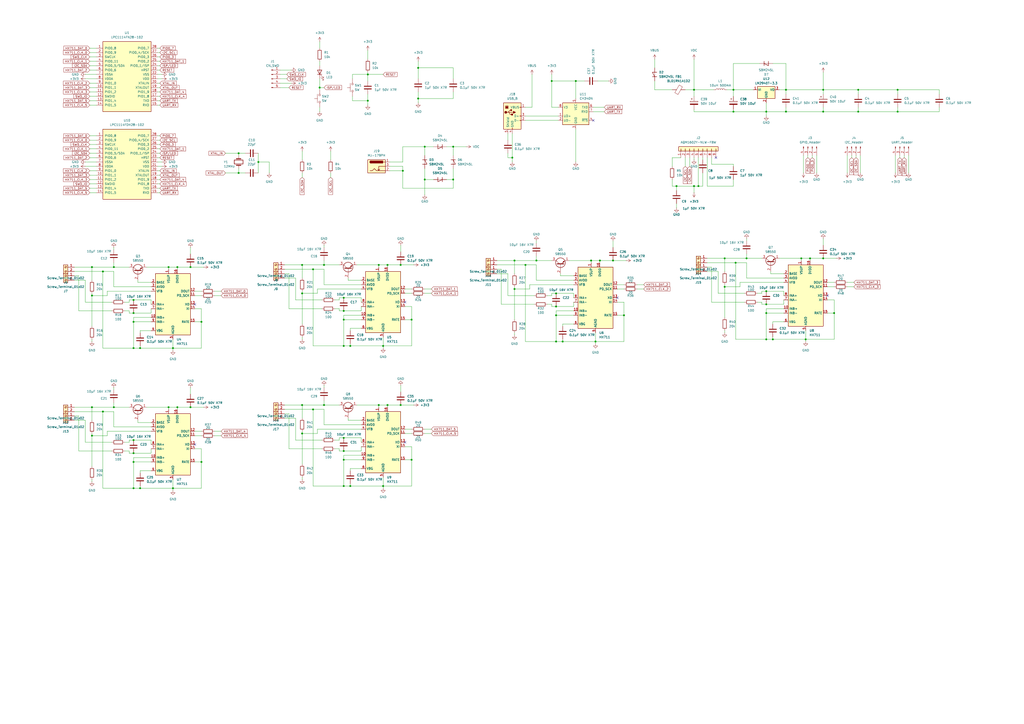
<source format=kicad_sch>
(kicad_sch (version 20250114) (generator "eeschema") (generator_version "9.0")
  (paper "A2")
  (junction (at 149.86 93.98))
  (junction (at 53.34 252.73))
  (junction (at 334.01 46.99))
  (junction (at 477.52 64.77))
  (junction (at 347.98 151.13))
  (junction (at 477.52 149.86))
  (junction (at 455.93 52.07))
  (junction (at 53.34 171.45))
  (junction (at 222.25 200.66))
  (junction (at 213.36 43.18))
  (junction (at 138.43 100.33))
  (junction (at 102.87 154.94))
  (junction (at 203.2 281.94))
  (junction (at 326.39 198.12))
  (junction (at 311.15 151.13))
  (junction (at 175.26 170.18))
  (junction (at 100.33 283.21))
  (junction (at 355.6 151.13))
  (junction (at 199.39 172.72))
  (junction (at 100.33 201.93))
  (junction (at 181.61 237.49))
  (junction (at 233.68 99.06))
  (junction (at 187.96 234.95))
  (junction (at 203.2 200.66))
  (junction (at 238.76 266.7))
  (junction (at 242.57 57.15))
  (junction (at 361.95 182.88))
  (junction (at 520.7 64.77))
  (junction (at 444.5 64.77))
  (junction (at 138.43 88.9))
  (junction (at 77.47 186.69))
  (junction (at 322.58 177.8))
  (junction (at 464.82 149.86))
  (junction (at 242.57 39.37))
  (junction (at 102.87 236.22))
  (junction (at 77.47 201.93))
  (junction (at 402.59 107.95))
  (junction (at 433.07 149.86))
  (junction (at 222.25 281.94))
  (junction (at 420.37 149.86))
  (junction (at 455.93 64.77))
  (junction (at 66.04 236.22))
  (junction (at 469.9 149.86))
  (junction (at 199.39 281.94))
  (junction (at 199.39 261.62))
  (junction (at 77.47 262.89))
  (junction (at 320.04 46.99))
  (junction (at 246.38 85.09))
  (junction (at 110.49 236.22))
  (junction (at 175.26 234.95))
  (junction (at 238.76 185.42))
  (junction (at 342.9 151.13))
  (junction (at 181.61 156.21))
  (junction (at 77.47 267.97))
  (junction (at 175.26 153.67))
  (junction (at 425.45 64.77))
  (junction (at 53.34 236.22))
  (junction (at 175.26 251.46))
  (junction (at 298.45 167.64))
  (junction (at 520.7 52.07))
  (junction (at 322.58 170.18))
  (junction (at 199.39 185.42))
  (junction (at 322.58 182.88))
  (junction (at 444.5 168.91))
  (junction (at 199.39 180.34))
  (junction (at 402.59 52.07))
  (junction (at 59.69 157.48))
  (junction (at 477.52 52.07))
  (junction (at 497.84 64.77))
  (junction (at 187.96 153.67))
  (junction (at 246.38 104.14))
  (junction (at 219.71 234.95))
  (junction (at 81.28 283.21))
  (junction (at 199.39 266.7))
  (junction (at 77.47 255.27))
  (junction (at 224.79 153.67))
  (junction (at 116.84 267.97))
  (junction (at 467.36 196.85))
  (junction (at 53.34 154.94))
  (junction (at 81.28 201.93))
  (junction (at 59.69 238.76))
  (junction (at 322.58 198.12))
  (junction (at 420.37 166.37))
  (junction (at 262.89 104.14))
  (junction (at 116.84 186.69))
  (junction (at 97.79 236.22))
  (junction (at 199.39 200.66))
  (junction (at 345.44 198.12))
  (junction (at 483.87 181.61))
  (junction (at 232.41 234.95))
  (junction (at 297.18 91.44))
  (junction (at 444.5 181.61))
  (junction (at 110.49 154.94))
  (junction (at 232.41 153.67))
  (junction (at 185.42 50.8))
  (junction (at 444.5 176.53))
  (junction (at 425.45 52.07))
  (junction (at 77.47 181.61))
  (junction (at 224.79 234.95))
  (junction (at 97.79 154.94))
  (junction (at 392.43 107.95))
  (junction (at 426.72 152.4))
  (junction (at 262.89 85.09))
  (junction (at 497.84 52.07))
  (junction (at 77.47 173.99))
  (junction (at 405.13 107.95))
  (junction (at 448.31 196.85))
  (junction (at 66.04 154.94))
  (junction (at 199.39 254))
  (junction (at 298.45 151.13))
  (junction (at 304.8 153.67))
  (junction (at 77.47 283.21))
  (junction (at 219.71 153.67))
  (junction (at 444.5 196.85))
  (junction (at 213.36 58.42))
  (no_connect (at 113.03 176.53))
  (no_connect (at 415.29 91.44))
  (no_connect (at 234.95 175.26))
  (no_connect (at 234.95 256.54))
  (no_connect (at 358.14 172.72))
  (no_connect (at 113.03 257.81))
  (no_connect (at 344.17 69.85))
  (no_connect (at 480.06 171.45))
  (wire (pts (xy 52.07 101.6) (xy 55.88 101.6)))
  (wire (pts (xy 234.95 248.92) (xy 238.76 248.92)))
  (wire (pts (xy 320.04 170.18) (xy 322.58 170.18)))
  (wire (pts (xy 322.58 170.18) (xy 332.74 170.18)))
  (wire (pts (xy 196.85 173.99) (xy 196.85 172.72)))
  (wire (pts (xy 322.58 182.88) (xy 322.58 198.12)))
  (wire (pts (xy 92.71 111.76) (xy 91.44 111.76)))
  (wire (pts (xy 87.63 265.43) (xy 77.47 265.43)))
  (wire (pts (xy 181.61 156.21) (xy 181.61 200.66)))
  (wire (pts (xy 400.05 96.52) (xy 400.05 91.44)))
  (wire (pts (xy 113.03 267.97) (xy 116.84 267.97)))
  (wire (pts (xy 294.64 88.9) (xy 294.64 91.44)))
  (wire (pts (xy 334.01 74.93) (xy 334.01 93.98)))
  (wire (pts (xy 165.1 242.57) (xy 171.45 242.57)))
  (wire (pts (xy 467.36 198.12) (xy 467.36 196.85)))
  (wire (pts (xy 52.07 27.94) (xy 55.88 27.94)))
  (wire (pts (xy 246.38 248.92) (xy 250.19 248.92)))
  (wire (pts (xy 110.49 154.94) (xy 118.11 154.94)))
  (wire (pts (xy 345.44 199.39) (xy 345.44 198.12)))
  (wire (pts (xy 53.34 236.22) (xy 66.04 236.22)))
  (wire (pts (xy 77.47 265.43) (xy 77.47 267.97)))
  (wire (pts (xy 468.63 90.17) (xy 468.63 91.44)))
  (wire (pts (xy 290.83 156.21) (xy 290.83 176.53)))
  (wire (pts (xy 138.43 88.9) (xy 138.43 90.17)))
  (wire (pts (xy 332.74 187.96) (xy 326.39 187.96)))
  (wire (pts (xy 100.33 284.48) (xy 100.33 283.21)))
  (wire (pts (xy 499.11 90.17) (xy 499.11 100.33)))
  (wire (pts (xy 52.07 33.02) (xy 55.88 33.02)))
  (wire (pts (xy 297.18 91.44) (xy 297.18 93.98)))
  (wire (pts (xy 425.45 52.07) (xy 436.88 52.07)))
  (wire (pts (xy 171.45 173.99) (xy 186.69 173.99)))
  (wire (pts (xy 246.38 85.09) (xy 246.38 90.17)))
  (wire (pts (xy 397.51 96.52) (xy 397.51 91.44)))
  (wire (pts (xy 199.39 266.7) (xy 209.55 266.7)))
  (wire (pts (xy 92.71 81.28) (xy 91.44 81.28)))
  (wire (pts (xy 294.64 158.75) (xy 294.64 171.45)))
  (wire (pts (xy 246.38 104.14) (xy 246.38 113.03)))
  (wire (pts (xy 233.68 99.06) (xy 226.06 99.06)))
  (wire (pts (xy 52.07 48.26) (xy 55.88 48.26)))
  (wire (pts (xy 100.33 283.21) (xy 116.84 283.21)))
  (wire (pts (xy 392.43 110.49) (xy 392.43 107.95)))
  (wire (pts (xy 222.25 283.21) (xy 222.25 281.94)))
  (wire (pts (xy 405.13 107.95) (xy 402.59 107.95)))
  (wire (pts (xy 165.1 161.29) (xy 171.45 161.29)))
  (wire (pts (xy 496.57 90.17) (xy 496.57 91.44)))
  (wire (pts (xy 77.47 267.97) (xy 77.47 283.21)))
  (wire (pts (xy 389.89 104.14) (xy 389.89 107.95)))
  (wire (pts (xy 113.03 252.73) (xy 116.84 252.73)))
  (wire (pts (xy 420.37 165.1) (xy 420.37 166.37)))
  (wire (pts (xy 238.76 266.7) (xy 238.76 281.94)))
  (wire (pts (xy 464.82 151.13) (xy 464.82 149.86)))
  (wire (pts (xy 92.71 27.94) (xy 91.44 27.94)))
  (wire (pts (xy 392.43 107.95) (xy 402.59 107.95)))
  (wire (pts (xy 207.01 234.95) (xy 219.71 234.95)))
  (wire (pts (xy 87.63 184.15) (xy 77.47 184.15)))
  (wire (pts (xy 74.93 175.26) (xy 74.93 173.99)))
  (wire (pts (xy 304.8 62.23) (xy 308.61 62.23)))
  (wire (pts (xy 49.53 96.52) (xy 55.88 96.52)))
  (wire (pts (xy 74.93 256.54) (xy 74.93 255.27)))
  (wire (pts (xy 53.34 243.84) (xy 53.34 236.22)))
  (wire (pts (xy 175.26 153.67) (xy 187.96 153.67)))
  (wire (pts (xy 62.23 168.91) (xy 87.63 168.91)))
  (wire (pts (xy 491.49 90.17) (xy 491.49 100.33)))
  (wire (pts (xy 165.1 153.67) (xy 175.26 153.67)))
  (wire (pts (xy 191.77 87.63) (xy 191.77 92.71)))
  (wire (pts (xy 233.68 109.22) (xy 262.89 109.22)))
  (wire (pts (xy 444.5 196.85) (xy 448.31 196.85)))
  (wire (pts (xy 181.61 237.49) (xy 165.1 237.49)))
  (wire (pts (xy 66.04 238.76) (xy 59.69 238.76)))
  (wire (pts (xy 246.38 104.14) (xy 251.46 104.14)))
  (wire (pts (xy 124.46 252.73) (xy 128.27 252.73)))
  (wire (pts (xy 59.69 238.76) (xy 43.18 238.76)))
  (wire (pts (xy 213.36 54.61) (xy 213.36 58.42)))
  (wire (pts (xy 184.15 170.18) (xy 184.15 167.64)))
  (wire (pts (xy 520.7 64.77) (xy 497.84 64.77)))
  (wire (pts (xy 87.63 262.89) (xy 87.63 260.35)))
  (wire (pts (xy 156.21 93.98) (xy 156.21 100.33)))
  (wire (pts (xy 91.44 101.6) (xy 92.71 101.6)))
  (wire (pts (xy 222.25 281.94) (xy 238.76 281.94)))
  (wire (pts (xy 480.06 181.61) (xy 483.87 181.61)))
  (wire (pts (xy 203.2 281.94) (xy 203.2 280.67)))
  (wire (pts (xy 527.05 90.17) (xy 527.05 100.33)))
  (wire (pts (xy 80.01 245.11) (xy 87.63 245.11)))
  (wire (pts (xy 454.66 161.29) (xy 433.07 161.29)))
  (wire (pts (xy 52.07 88.9) (xy 55.88 88.9)))
  (wire (pts (xy 184.15 251.46) (xy 184.15 248.92)))
  (wire (pts (xy 224.79 153.67) (xy 224.79 154.94)))
  (wire (pts (xy 162.56 43.18) (xy 166.37 43.18)))
  (wire (pts (xy 416.56 170.18) (xy 431.8 170.18)))
  (wire (pts (xy 224.79 234.95) (xy 232.41 234.95)))
  (wire (pts (xy 91.44 88.9) (xy 92.71 88.9)))
  (wire (pts (xy 52.07 109.22) (xy 55.88 109.22)))
  (wire (pts (xy 92.71 106.68) (xy 91.44 106.68)))
  (wire (pts (xy 473.71 90.17) (xy 473.71 100.33)))
  (wire (pts (xy 429.26 163.83) (xy 454.66 163.83)))
  (wire (pts (xy 238.76 185.42) (xy 238.76 200.66)))
  (wire (pts (xy 433.07 138.43) (xy 433.07 139.7)))
  (wire (pts (xy 124.46 171.45) (xy 128.27 171.45)))
  (wire (pts (xy 344.17 62.23) (xy 350.52 62.23)))
  (wire (pts (xy 207.01 153.67) (xy 219.71 153.67)))
  (wire (pts (xy 49.53 162.56) (xy 49.53 175.26)))
  (wire (pts (xy 219.71 153.67) (xy 224.79 153.67)))
  (wire (pts (xy 199.39 180.34) (xy 209.55 180.34)))
  (wire (pts (xy 402.59 64.77) (xy 425.45 64.77)))
  (wire (pts (xy 66.04 233.68) (xy 66.04 236.22)))
  (wire (pts (xy 307.34 167.64) (xy 307.34 165.1)))
  (wire (pts (xy 102.87 236.22) (xy 110.49 236.22)))
  (wire (pts (xy 66.04 166.37) (xy 66.04 157.48)))
  (wire (pts (xy 304.8 69.85) (xy 323.85 69.85)))
  (wire (pts (xy 185.42 50.8) (xy 185.42 45.72)))
  (wire (pts (xy 222.25 201.93) (xy 222.25 200.66)))
  (wire (pts (xy 199.39 254) (xy 209.55 254)))
  (wire (pts (xy 288.29 158.75) (xy 294.64 158.75)))
  (wire (pts (xy 298.45 193.04) (xy 298.45 194.31)))
  (wire (pts (xy 246.38 167.64) (xy 250.19 167.64)))
  (wire (pts (xy 426.72 152.4) (xy 426.72 196.85)))
  (wire (pts (xy 59.69 157.48) (xy 59.69 201.93)))
  (wire (pts (xy 92.71 58.42) (xy 91.44 58.42)))
  (wire (pts (xy 444.5 176.53) (xy 454.66 176.53)))
  (wire (pts (xy 196.85 260.35) (xy 194.31 260.35)))
  (wire (pts (xy 52.07 111.76) (xy 55.88 111.76)))
  (wire (pts (xy 477.52 41.91) (xy 477.52 52.07)))
  (wire (pts (xy 232.41 142.24) (xy 232.41 146.05)))
  (wire (pts (xy 74.93 181.61) (xy 74.93 180.34)))
  (wire (pts (xy 222.25 281.94) (xy 222.25 276.86)))
  (wire (pts (xy 53.34 278.13) (xy 53.34 279.4)))
  (wire (pts (xy 187.96 50.8) (xy 185.42 50.8)))
  (wire (pts (xy 138.43 97.79) (xy 138.43 100.33)))
  (wire (pts (xy 345.44 198.12) (xy 326.39 198.12)))
  (wire (pts (xy 520.7 62.23) (xy 520.7 64.77)))
  (wire (pts (xy 100.33 283.21) (xy 81.28 283.21)))
  (wire (pts (xy 389.89 91.44) (xy 389.89 96.52)))
  (wire (pts (xy 149.86 88.9) (xy 149.86 93.98)))
  (wire (pts (xy 262.89 109.22) (xy 262.89 104.14)))
  (wire (pts (xy 49.53 45.72) (xy 55.88 45.72)))
  (wire (pts (xy 138.43 100.33) (xy 130.81 100.33)))
  (wire (pts (xy 232.41 223.52) (xy 232.41 227.33)))
  (wire (pts (xy 421.64 52.07) (xy 425.45 52.07)))
  (wire (pts (xy 92.71 35.56) (xy 91.44 35.56)))
  (wire (pts (xy 246.38 170.18) (xy 250.19 170.18)))
  (wire (pts (xy 175.26 187.96) (xy 175.26 170.18)))
  (wire (pts (xy 420.37 166.37) (xy 429.26 166.37)))
  (wire (pts (xy 448.31 196.85) (xy 448.31 195.58)))
  (wire (pts (xy 194.31 255.27) (xy 196.85 255.27)))
  (wire (pts (xy 298.45 151.13) (xy 311.15 151.13)))
  (wire (pts (xy 167.64 158.75) (xy 165.1 158.75)))
  (wire (pts (xy 110.49 143.51) (xy 110.49 147.32)))
  (wire (pts (xy 175.26 161.29) (xy 175.26 153.67)))
  (wire (pts (xy 81.28 283.21) (xy 81.28 281.94)))
  (wire (pts (xy 81.28 191.77) (xy 81.28 193.04)))
  (wire (pts (xy 203.2 271.78) (xy 203.2 273.05)))
  (wire (pts (xy 187.96 151.13) (xy 187.96 153.67)))
  (wire (pts (xy 203.2 200.66) (xy 203.2 199.39)))
  (wire (pts (xy 420.37 149.86) (xy 433.07 149.86)))
  (wire (pts (xy 81.28 201.93) (xy 81.28 200.66)))
  (wire (pts (xy 320.04 176.53) (xy 317.5 176.53)))
  (wire (pts (xy 416.56 157.48) (xy 416.56 170.18)))
  (wire (pts (xy 311.15 139.7) (xy 311.15 140.97)))
  (wire (pts (xy 102.87 236.22) (xy 102.87 237.49)))
  (wire (pts (xy 167.64 240.03) (xy 167.64 260.35)))
  (wire (pts (xy 113.03 260.35) (xy 116.84 260.35)))
  (wire (pts (xy 191.77 100.33) (xy 191.77 102.87)))
  (wire (pts (xy 233.68 99.06) (xy 233.68 109.22)))
  (wire (pts (xy 199.39 180.34) (xy 196.85 180.34)))
  (wire (pts (xy 320.04 171.45) (xy 320.04 170.18)))
  (wire (pts (xy 113.03 168.91) (xy 116.84 168.91)))
  (wire (pts (xy 43.18 154.94) (xy 53.34 154.94)))
  (wire (pts (xy 85.09 236.22) (xy 97.79 236.22)))
  (wire (pts (xy 100.33 201.93) (xy 100.33 196.85)))
  (wire (pts (xy 196.85 261.62) (xy 196.85 260.35)))
  (wire (pts (xy 102.87 154.94) (xy 110.49 154.94)))
  (wire (pts (xy 74.93 255.27) (xy 77.47 255.27)))
  (wire (pts (xy 242.57 53.34) (xy 242.57 57.15)))
  (wire (pts (xy 124.46 250.19) (xy 128.27 250.19)))
  (wire (pts (xy 87.63 181.61) (xy 87.63 179.07)))
  (wire (pts (xy 262.89 53.34) (xy 262.89 57.15)))
  (wire (pts (xy 358.14 165.1) (xy 361.95 165.1)))
  (wire (pts (xy 497.84 52.07) (xy 477.52 52.07)))
  (wire (pts (xy 361.95 175.26) (xy 361.95 182.88)))
  (wire (pts (xy 52.07 60.96) (xy 55.88 60.96)))
  (wire (pts (xy 467.36 196.85) (xy 483.87 196.85)))
  (wire (pts (xy 97.79 156.21) (xy 97.79 154.94)))
  (wire (pts (xy 187.96 223.52) (xy 187.96 224.79)))
  (wire (pts (xy 441.96 175.26) (xy 439.42 175.26)))
  (wire (pts (xy 87.63 191.77) (xy 81.28 191.77)))
  (wire (pts (xy 196.85 179.07) (xy 194.31 179.07)))
  (wire (pts (xy 544.83 54.61) (xy 544.83 52.07)))
  (wire (pts (xy 113.03 171.45) (xy 116.84 171.45)))
  (wire (pts (xy 346.71 46.99) (xy 353.06 46.99)))
  (wire (pts (xy 234.95 185.42) (xy 238.76 185.42)))
  (wire (pts (xy 92.71 60.96) (xy 91.44 60.96)))
  (wire (pts (xy 187.96 237.49) (xy 181.61 237.49)))
  (wire (pts (xy 92.71 86.36) (xy 91.44 86.36)))
  (wire (pts (xy 304.8 67.31) (xy 323.85 67.31)))
  (wire (pts (xy 444.5 64.77) (xy 455.93 64.77)))
  (wire (pts (xy 138.43 88.9) (xy 142.24 88.9)))
  (wire (pts (xy 455.93 52.07) (xy 452.12 52.07)))
  (wire (pts (xy 242.57 39.37) (xy 262.89 39.37)))
  (wire (pts (xy 298.45 158.75) (xy 298.45 151.13)))
  (wire (pts (xy 308.61 43.18) (xy 308.61 62.23)))
  (wire (pts (xy 342.9 151.13) (xy 347.98 151.13)))
  (wire (pts (xy 483.87 181.61) (xy 483.87 196.85)))
  (wire (pts (xy 311.15 148.59) (xy 311.15 151.13)))
  (wire (pts (xy 233.68 96.52) (xy 233.68 99.06)))
  (wire (pts (xy 196.85 153.67) (xy 187.96 153.67)))
  (wire (pts (xy 49.53 43.18) (xy 55.88 43.18)))
  (wire (pts (xy 402.59 107.95) (xy 402.59 111.76)))
  (wire (pts (xy 52.07 91.44) (xy 55.88 91.44)))
  (wire (pts (xy 97.79 236.22) (xy 102.87 236.22)))
  (wire (pts (xy 74.93 262.89) (xy 74.93 261.62)))
  (wire (pts (xy 431.8 175.26) (xy 412.75 175.26)))
  (wire (pts (xy 59.69 201.93) (xy 77.47 201.93)))
  (wire (pts (xy 199.39 172.72) (xy 209.55 172.72)))
  (wire (pts (xy 66.04 247.65) (xy 66.04 238.76)))
  (wire (pts (xy 444.5 181.61) (xy 454.66 181.61)))
  (wire (pts (xy 440.69 36.83) (xy 425.45 36.83)))
  (wire (pts (xy 344.17 64.77) (xy 350.52 64.77)))
  (wire (pts (xy 100.33 201.93) (xy 116.84 201.93)))
  (wire (pts (xy 389.89 107.95) (xy 392.43 107.95)))
  (wire (pts (xy 519.43 90.17) (xy 519.43 100.33)))
  (wire (pts (xy 325.12 158.75) (xy 325.12 160.02)))
  (wire (pts (xy 544.83 64.77) (xy 520.7 64.77)))
  (wire (pts (xy 162.56 45.72) (xy 166.37 45.72)))
  (wire (pts (xy 199.39 264.16) (xy 199.39 266.7)))
  (wire (pts (xy 234.95 251.46) (xy 238.76 251.46)))
  (wire (pts (xy 66.04 143.51) (xy 66.04 144.78)))
  (wire (pts (xy 91.44 96.52) (xy 93.98 96.52)))
  (wire (pts (xy 185.42 24.13) (xy 185.42 27.94)))
  (wire (pts (xy 209.55 256.54) (xy 209.55 254)))
  (wire (pts (xy 311.15 162.56) (xy 311.15 153.67)))
  (wire (pts (xy 242.57 39.37) (xy 242.57 45.72)))
  (wire (pts (xy 162.56 40.64) (xy 168.91 40.64)))
  (wire (pts (xy 66.04 157.48) (xy 59.69 157.48)))
  (wire (pts (xy 204.47 45.72) (xy 204.47 43.18)))
  (wire (pts (xy 332.74 177.8) (xy 332.74 175.26)))
  (wire (pts (xy 196.85 234.95) (xy 187.96 234.95)))
  (wire (pts (xy 87.63 273.05) (xy 81.28 273.05)))
  (wire (pts (xy 420.37 184.15) (xy 420.37 166.37)))
  (wire (pts (xy 77.47 267.97) (xy 87.63 267.97)))
  (wire (pts (xy 52.07 55.88) (xy 55.88 55.88)))
  (wire (pts (xy 477.52 52.07) (xy 477.52 54.61)))
  (wire (pts (xy 130.81 88.9) (xy 138.43 88.9)))
  (wire (pts (xy 175.26 269.24) (xy 175.26 251.46)))
  (wire (pts (xy 102.87 154.94) (xy 102.87 156.21)))
  (wire (pts (xy 199.39 266.7) (xy 199.39 281.94)))
  (wire (pts (xy 452.12 149.86) (xy 464.82 149.86)))
  (wire (pts (xy 171.45 242.57) (xy 171.45 255.27)))
  (wire (pts (xy 64.77 261.62) (xy 45.72 261.62)))
  (wire (pts (xy 213.36 29.21) (xy 213.36 34.29)))
  (wire (pts (xy 234.95 177.8) (xy 238.76 177.8)))
  (wire (pts (xy 298.45 185.42) (xy 298.45 167.64)))
  (wire (pts (xy 53.34 196.85) (xy 53.34 198.12)))
  (wire (pts (xy 52.07 30.48) (xy 55.88 30.48)))
  (wire (pts (xy 439.42 170.18) (xy 441.96 170.18)))
  (wire (pts (xy 175.26 242.57) (xy 175.26 234.95)))
  (wire (pts (xy 196.85 254) (xy 199.39 254)))
  (wire (pts (xy 454.66 179.07) (xy 444.5 179.07)))
  (wire (pts (xy 92.71 33.02) (xy 91.44 33.02)))
  (wire (pts (xy 116.84 267.97) (xy 116.84 283.21)))
  (wire (pts (xy 52.07 86.36) (xy 55.88 86.36)))
  (wire (pts (xy 433.07 147.32) (xy 433.07 149.86)))
  (wire (pts (xy 320.04 46.99) (xy 334.01 46.99)))
  (wire (pts (xy 294.64 171.45) (xy 309.88 171.45)))
  (wire (pts (xy 77.47 184.15) (xy 77.47 186.69)))
  (wire (pts (xy 185.42 62.23) (xy 185.42 64.77)))
  (wire (pts (xy 52.07 99.06) (xy 55.88 99.06)))
  (wire (pts (xy 92.71 53.34) (xy 91.44 53.34)))
  (wire (pts (xy 307.34 165.1) (xy 332.74 165.1)))
  (wire (pts (xy 52.07 40.64) (xy 55.88 40.64)))
  (wire (pts (xy 92.71 109.22) (xy 91.44 109.22)))
  (wire (pts (xy 209.55 182.88) (xy 199.39 182.88)))
  (wire (pts (xy 165.1 234.95) (xy 175.26 234.95)))
  (wire (pts (xy 444.5 176.53) (xy 441.96 176.53)))
  (wire (pts (xy 469.9 149.86) (xy 469.9 151.13)))
  (wire (pts (xy 219.71 236.22) (xy 219.71 234.95)))
  (wire (pts (xy 358.14 175.26) (xy 361.95 175.26)))
  (wire (pts (xy 471.17 90.17) (xy 471.17 91.44)))
  (wire (pts (xy 520.7 52.07) (xy 497.84 52.07)))
  (wire (pts (xy 209.55 264.16) (xy 199.39 264.16)))
  (wire (pts (xy 185.42 50.8) (xy 185.42 52.07)))
  (wire (pts (xy 171.45 161.29) (xy 171.45 173.99)))
  (wire (pts (xy 53.34 251.46) (xy 53.34 252.73)))
  (wire (pts (xy 407.67 91.44) (xy 407.67 92.71)))
  (wire (pts (xy 262.89 57.15) (xy 242.57 57.15)))
  (wire (pts (xy 402.59 55.88) (xy 402.59 52.07)))
  (wire (pts (xy 52.07 81.28) (xy 55.88 81.28)))
  (wire (pts (xy 213.36 41.91) (xy 213.36 43.18)))
  (wire (pts (xy 110.49 236.22) (xy 118.11 236.22)))
  (wire (pts (xy 226.06 96.52) (xy 233.68 96.52)))
  (wire (pts (xy 320.04 46.99) (xy 320.04 62.23)))
  (wire (pts (xy 187.96 156.21) (xy 181.61 156.21)))
  (wire (pts (xy 80.01 243.84) (xy 80.01 245.11)))
  (wire (pts (xy 402.59 91.44) (xy 402.59 92.71)))
  (wire (pts (xy 441.96 170.18) (xy 441.96 168.91)))
  (wire (pts (xy 91.44 93.98) (xy 93.98 93.98)))
  (wire (pts (xy 420.37 157.48) (xy 420.37 149.86)))
  (wire (pts (xy 222.25 200.66) (xy 203.2 200.66)))
  (wire (pts (xy 379.73 34.29) (xy 379.73 39.37)))
  (wire (pts (xy 455.93 62.23) (xy 455.93 64.77)))
  (wire (pts (xy 242.57 35.56) (xy 242.57 39.37)))
  (wire (pts (xy 175.26 234.95) (xy 187.96 234.95)))
  (wire (pts (xy 92.71 30.48) (xy 91.44 30.48)))
  (wire (pts (xy 262.89 85.09) (xy 259.08 85.09)))
  (wire (pts (xy 175.26 100.33) (xy 175.26 102.87)))
  (wire (pts (xy 175.26 87.63) (xy 175.26 92.71)))
  (wire (pts (xy 233.68 93.98) (xy 226.06 93.98)))
  (wire (pts (xy 441.96 149.86) (xy 433.07 149.86)))
  (wire (pts (xy 410.21 91.44) (xy 410.21 107.95)))
  (wire (pts (xy 59.69 238.76) (xy 59.69 283.21)))
  (wire (pts (xy 288.29 151.13) (xy 298.45 151.13)))
  (wire (pts (xy 355.6 151.13) (xy 363.22 151.13)))
  (wire (pts (xy 72.39 175.26) (xy 74.93 175.26)))
  (wire (pts (xy 222.25 200.66) (xy 222.25 195.58)))
  (wire (pts (xy 322.58 180.34) (xy 322.58 182.88)))
  (wire (pts (xy 322.58 177.8) (xy 320.04 177.8)))
  (wire (pts (xy 520.7 54.61) (xy 520.7 52.07)))
  (wire (pts (xy 162.56 50.8) (xy 167.64 50.8)))
  (wire (pts (xy 355.6 139.7) (xy 355.6 143.51)))
  (wire (pts (xy 407.67 100.33) (xy 407.67 107.95)))
  (wire (pts (xy 171.45 255.27) (xy 186.69 255.27)))
  (wire (pts (xy 238.76 177.8) (xy 238.76 185.42)))
  (wire (pts (xy 477.52 138.43) (xy 477.52 142.24)))
  (wire (pts (xy 410.21 107.95) (xy 425.45 107.95)))
  (wire (pts (xy 311.15 153.67) (xy 304.8 153.67)))
  (wire (pts (xy 97.79 154.94) (xy 102.87 154.94)))
  (wire (pts (xy 92.71 40.64) (xy 91.44 40.64)))
  (wire (pts (xy 238.76 259.08) (xy 238.76 266.7)))
  (wire (pts (xy 100.33 283.21) (xy 100.33 278.13)))
  (wire (pts (xy 52.07 50.8) (xy 55.88 50.8)))
  (wire (pts (xy 186.69 179.07) (xy 167.64 179.07)))
  (wire (pts (xy 361.95 182.88) (xy 361.95 198.12)))
  (wire (pts (xy 52.07 104.14) (xy 55.88 104.14)))
  (wire (pts (xy 167.64 240.03) (xy 165.1 240.03)))
  (wire (pts (xy 447.04 157.48) (xy 447.04 158.75)))
  (wire (pts (xy 53.34 170.18) (xy 53.34 171.45)))
  (wire (pts (xy 394.97 91.44) (xy 389.89 91.44)))
  (wire (pts (xy 426.72 152.4) (xy 410.21 152.4)))
  (wire (pts (xy 467.36 196.85) (xy 467.36 191.77)))
  (wire (pts (xy 113.03 186.69) (xy 116.84 186.69)))
  (wire (pts (xy 77.47 181.61) (xy 87.63 181.61)))
  (wire (pts (xy 444.5 179.07) (xy 444.5 181.61)))
  (wire (pts (xy 77.47 173.99) (xy 87.63 173.99)))
  (wire (pts (xy 410.21 157.48) (xy 416.56 157.48)))
  (wire (pts (xy 204.47 43.18) (xy 213.36 43.18)))
  (wire (pts (xy 175.26 276.86) (xy 175.26 278.13)))
  (wire (pts (xy 52.07 83.82) (xy 55.88 83.82)))
  (wire (pts (xy 175.26 250.19) (xy 175.26 251.46)))
  (wire (pts (xy 477.52 149.86) (xy 485.14 149.86)))
  (wire (pts (xy 345.44 198.12) (xy 345.44 193.04)))
  (wire (pts (xy 59.69 157.48) (xy 43.18 157.48)))
  (wire (pts (xy 342.9 152.4) (xy 342.9 151.13)))
  (wire (pts (xy 209.55 175.26) (xy 209.55 172.72)))
  (wire (pts (xy 412.75 154.94) (xy 412.75 175.26)))
  (wire (pts (xy 544.83 62.23) (xy 544.83 64.77)))
  (wire (pts (xy 92.71 104.14) (xy 91.44 104.14)))
  (wire (pts (xy 45.72 241.3) (xy 45.72 261.62)))
  (wire (pts (xy 142.24 100.33) (xy 138.43 100.33)))
  (wire (pts (xy 199.39 185.42) (xy 199.39 200.66)))
  (wire (pts (xy 85.09 154.94) (xy 97.79 154.94)))
  (wire (pts (xy 199.39 182.88) (xy 199.39 185.42)))
  (wire (pts (xy 113.03 179.07) (xy 116.84 179.07)))
  (wire (pts (xy 100.33 201.93) (xy 81.28 201.93)))
  (wire (pts (xy 325.12 160.02) (xy 332.74 160.02)))
  (wire (pts (xy 294.64 77.47) (xy 294.64 81.28)))
  (wire (pts (xy 262.89 90.17) (xy 262.89 85.09)))
  (wire (pts (xy 196.85 255.27) (xy 196.85 254)))
  (wire (pts (xy 43.18 236.22) (xy 53.34 236.22)))
  (wire (pts (xy 444.5 168.91) (xy 454.66 168.91)))
  (wire (pts (xy 425.45 52.07) (xy 425.45 55.88)))
  (wire (pts (xy 405.13 91.44) (xy 405.13 107.95)))
  (wire (pts (xy 184.15 167.64) (xy 209.55 167.64)))
  (wire (pts (xy 43.18 162.56) (xy 49.53 162.56)))
  (wire (pts (xy 466.09 90.17) (xy 466.09 100.33)))
  (wire (pts (xy 494.03 90.17) (xy 494.03 91.44)))
  (wire (pts (xy 441.96 176.53) (xy 441.96 175.26)))
  (wire (pts (xy 477.52 64.77) (xy 497.84 64.77)))
  (wire (pts (xy 412.75 154.94) (xy 410.21 154.94)))
  (wire (pts (xy 52.07 58.42) (xy 55.88 58.42)))
  (wire (pts (xy 425.45 36.83) (xy 425.45 52.07)))
  (wire (pts (xy 322.58 182.88) (xy 332.74 182.88)))
  (wire (pts (xy 92.71 78.74) (xy 91.44 78.74)))
  (wire (pts (xy 290.83 156.21) (xy 288.29 156.21)))
  (wire (pts (xy 347.98 151.13) (xy 355.6 151.13)))
  (wire (pts (xy 80.01 163.83) (xy 87.63 163.83)))
  (wire (pts (xy 392.43 118.11) (xy 392.43 120.65)))
  (wire (pts (xy 87.63 257.81) (xy 87.63 255.27)))
  (wire (pts (xy 444.5 64.77) (xy 444.5 67.31)))
  (wire (pts (xy 304.8 153.67) (xy 288.29 153.67)))
  (wire (pts (xy 464.82 149.86) (xy 469.9 149.86)))
  (wire (pts (xy 455.93 52.07) (xy 455.93 54.61)))
  (wire (pts (xy 209.55 261.62) (xy 209.55 259.08)))
  (wire (pts (xy 297.18 77.47) (xy 297.18 91.44)))
  (wire (pts (xy 49.53 175.26) (xy 64.77 175.26)))
  (wire (pts (xy 62.23 250.19) (xy 87.63 250.19)))
  (wire (pts (xy 80.01 162.56) (xy 80.01 163.83)))
  (wire (pts (xy 113.03 250.19) (xy 116.84 250.19)))
  (wire (pts (xy 259.08 104.14) (xy 262.89 104.14)))
  (wire (pts (xy 524.51 90.17) (xy 524.51 91.44)))
  (wire (pts (xy 224.79 234.95) (xy 224.79 236.22)))
  (wire (pts (xy 149.86 93.98) (xy 156.21 93.98)))
  (wire (pts (xy 66.04 224.79) (xy 66.04 226.06)))
  (wire (pts (xy 181.61 200.66) (xy 199.39 200.66)))
  (wire (pts (xy 181.61 156.21) (xy 165.1 156.21)))
  (wire (pts (xy 116.84 260.35) (xy 116.84 267.97)))
  (wire (pts (xy 91.44 38.1) (xy 92.71 38.1)))
  (wire (pts (xy 233.68 93.98) (xy 233.68 85.09)))
  (wire (pts (xy 181.61 281.94) (xy 199.39 281.94)))
  (wire (pts (xy 412.75 95.25) (xy 412.75 91.44)))
  (wire (pts (xy 454.66 186.69) (xy 448.31 186.69)))
  (wire (pts (xy 209.55 180.34) (xy 209.55 177.8)))
  (wire (pts (xy 213.36 58.42) (xy 204.47 58.42)))
  (wire (pts (xy 433.07 152.4) (xy 426.72 152.4)))
  (wire (pts (xy 426.72 196.85) (xy 444.5 196.85)))
  (wire (pts (xy 320.04 62.23) (xy 323.85 62.23)))
  (wire (pts (xy 199.39 185.42) (xy 209.55 185.42)))
  (wire (pts (xy 467.36 196.85) (xy 448.31 196.85)))
  (wire (pts (xy 441.96 168.91) (xy 444.5 168.91)))
  (wire (pts (xy 203.2 190.5) (xy 203.2 191.77)))
  (wire (pts (xy 234.95 266.7) (xy 238.76 266.7)))
  (wire (pts (xy 304.8 153.67) (xy 304.8 198.12)))
  (wire (pts (xy 175.26 195.58) (xy 175.26 196.85)))
  (wire (pts (xy 77.47 262.89) (xy 74.93 262.89)))
  (wire (pts (xy 187.96 165.1) (xy 187.96 156.21)))
  (wire (pts (xy 433.07 161.29) (xy 433.07 152.4)))
  (wire (pts (xy 59.69 283.21) (xy 77.47 283.21)))
  (wire (pts (xy 444.5 59.69) (xy 444.5 64.77)))
  (wire (pts (xy 187.96 142.24) (xy 187.96 143.51)))
  (wire (pts (xy 320.04 43.18) (xy 320.04 46.99)))
  (wire (pts (xy 199.39 261.62) (xy 209.55 261.62)))
  (wire (pts (xy 77.47 255.27) (xy 87.63 255.27)))
  (wire (pts (xy 369.57 165.1) (xy 373.38 165.1)))
  (wire (pts (xy 199.39 281.94) (xy 203.2 281.94)))
  (wire (pts (xy 77.47 186.69) (xy 87.63 186.69)))
  (wire (pts (xy 425.45 64.77) (xy 444.5 64.77)))
  (wire (pts (xy 74.93 173.99) (xy 77.47 173.99)))
  (wire (pts (xy 425.45 107.95) (xy 425.45 104.14)))
  (wire (pts (xy 91.44 50.8) (xy 92.71 50.8)))
  (wire (pts (xy 187.96 246.38) (xy 187.96 237.49)))
  (wire (pts (xy 175.26 251.46) (xy 184.15 251.46)))
  (wire (pts (xy 497.84 62.23) (xy 497.84 64.77)))
  (wire (pts (xy 469.9 149.86) (xy 477.52 149.86)))
  (wire (pts (xy 62.23 171.45) (xy 62.23 168.91)))
  (wire (pts (xy 447.04 158.75) (xy 454.66 158.75)))
  (wire (pts (xy 345.44 198.12) (xy 361.95 198.12)))
  (wire (pts (xy 491.49 163.83) (xy 495.3 163.83)))
  (wire (pts (xy 322.58 177.8) (xy 332.74 177.8)))
  (wire (pts (xy 184.15 248.92) (xy 209.55 248.92)))
  (wire (pts (xy 379.73 52.07) (xy 389.89 52.07)))
  (wire (pts (xy 407.67 107.95) (xy 405.13 107.95)))
  (wire (pts (xy 209.55 246.38) (xy 187.96 246.38)))
  (wire (pts (xy 544.83 52.07) (xy 520.7 52.07)))
  (wire (pts (xy 72.39 256.54) (xy 74.93 256.54)))
  (wire (pts (xy 92.71 55.88) (xy 91.44 55.88)))
  (wire (pts (xy 91.44 43.18) (xy 93.98 43.18)))
  (wire (pts (xy 87.63 176.53) (xy 87.63 173.99)))
  (wire (pts (xy 110.49 224.79) (xy 110.49 228.6)))
  (wire (pts (xy 332.74 162.56) (xy 311.15 162.56)))
  (wire (pts (xy 213.36 43.18) (xy 213.36 46.99)))
  (wire (pts (xy 92.71 91.44) (xy 91.44 91.44)))
  (wire (pts (xy 332.74 172.72) (xy 332.74 170.18)))
  (wire (pts (xy 480.06 163.83) (xy 483.87 163.83)))
  (wire (pts (xy 298.45 167.64) (xy 307.34 167.64)))
  (wire (pts (xy 53.34 270.51) (xy 53.34 252.73)))
  (wire (pts (xy 52.07 53.34) (xy 55.88 53.34)))
  (wire (pts (xy 204.47 58.42) (xy 204.47 55.88)))
  (wire (pts (xy 448.31 36.83) (xy 455.93 36.83)))
  (wire (pts (xy 162.56 48.26) (xy 168.91 48.26)))
  (wire (pts (xy 304.8 198.12) (xy 322.58 198.12)))
  (wire (pts (xy 483.87 173.99) (xy 483.87 181.61)))
  (wire (pts (xy 45.72 241.3) (xy 43.18 241.3)))
  (wire (pts (xy 209.55 190.5) (xy 203.2 190.5)))
  (wire (pts (xy 97.79 237.49) (xy 97.79 236.22)))
  (wire (pts (xy 52.07 78.74) (xy 55.88 78.74)))
  (wire (pts (xy 185.42 35.56) (xy 185.42 38.1)))
  (wire (pts (xy 186.69 260.35) (xy 167.64 260.35)))
  (wire (pts (xy 49.53 256.54) (xy 64.77 256.54)))
  (wire (pts (xy 52.07 38.1) (xy 55.88 38.1)))
  (wire (pts (xy 87.63 247.65) (xy 66.04 247.65)))
  (wire (pts (xy 379.73 46.99) (xy 379.73 52.07)))
  (wire (pts (xy 222.25 200.66) (xy 238.76 200.66)))
  (wire (pts (xy 53.34 162.56) (xy 53.34 154.94)))
  (wire (pts (xy 402.59 52.07) (xy 414.02 52.07)))
  (wire (pts (xy 53.34 171.45) (xy 62.23 171.45)))
  (wire (pts (xy 92.71 83.82) (xy 91.44 83.82)))
  (wire (pts (xy 64.77 180.34) (xy 45.72 180.34)))
  (wire (pts (xy 232.41 234.95) (xy 240.03 234.95)))
  (wire (pts (xy 74.93 154.94) (xy 66.04 154.94)))
  (wire (pts (xy 397.51 52.07) (xy 402.59 52.07)))
  (wire (pts (xy 201.93 161.29) (xy 201.93 162.56)))
  (wire (pts (xy 334.01 57.15) (xy 334.01 46.99)))
  (wire (pts (xy 358.14 182.88) (xy 361.95 182.88)))
  (wire (pts (xy 87.63 166.37) (xy 66.04 166.37)))
  (wire (pts (xy 497.84 54.61) (xy 497.84 52.07)))
  (wire (pts (xy 201.93 243.84) (xy 209.55 243.84)))
  (wire (pts (xy 326.39 198.12) (xy 326.39 196.85)))
  (wire (pts (xy 116.84 179.07) (xy 116.84 186.69)))
  (wire (pts (xy 124.46 168.91) (xy 128.27 168.91)))
  (wire (pts (xy 347.98 151.13) (xy 347.98 152.4)))
  (wire (pts (xy 251.46 85.09) (xy 246.38 85.09)))
  (wire (pts (xy 262.89 104.14) (xy 262.89 97.79)))
  (wire (pts (xy 222.25 281.94) (xy 203.2 281.94)))
  (wire (pts (xy 410.21 149.86) (xy 420.37 149.86)))
  (wire (pts (xy 74.93 261.62) (xy 72.39 261.62)))
  (wire (pts (xy 77.47 283.21) (xy 81.28 283.21)))
  (wire (pts (xy 199.39 200.66) (xy 203.2 200.66)))
  (wire (pts (xy 52.07 35.56) (xy 55.88 35.56)))
  (wire (pts (xy 294.64 91.44) (xy 297.18 91.44)))
  (wire (pts (xy 53.34 189.23) (xy 53.34 171.45)))
  (wire (pts (xy 219.71 234.95) (xy 224.79 234.95)))
  (wire (pts (xy 455.93 64.77) (xy 477.52 64.77)))
  (wire (pts (xy 62.23 252.73) (xy 62.23 250.19)))
  (wire (pts (xy 181.61 237.49) (xy 181.61 281.94)))
  (wire (pts (xy 149.86 93.98) (xy 149.86 100.33)))
  (wire (pts (xy 234.95 167.64) (xy 238.76 167.64)))
  (wire (pts (xy 194.31 173.99) (xy 196.85 173.99)))
  (wire (pts (xy 425.45 95.25) (xy 425.45 96.52)))
  (wire (pts (xy 358.14 167.64) (xy 361.95 167.64)))
  (wire (pts (xy 402.59 63.5) (xy 402.59 64.77)))
  (wire (pts (xy 480.06 166.37) (xy 483.87 166.37)))
  (wire (pts (xy 298.45 166.37) (xy 298.45 167.64)))
  (wire (pts (xy 246.38 97.79) (xy 246.38 104.14)))
  (wire (pts (xy 91.44 48.26) (xy 92.71 48.26)))
  (wire (pts (xy 425.45 95.25) (xy 412.75 95.25)))
  (wire (pts (xy 91.44 99.06) (xy 92.71 99.06)))
  (wire (pts (xy 199.39 261.62) (xy 196.85 261.62)))
  (wire (pts (xy 100.33 203.2) (xy 100.33 201.93)))
  (wire (pts (xy 209.55 271.78) (xy 203.2 271.78)))
  (wire (pts (xy 320.04 177.8) (xy 320.04 176.53)))
  (wire (pts (xy 262.89 85.09) (xy 270.51 85.09)))
  (wire (pts (xy 209.55 165.1) (xy 187.96 165.1)))
  (wire (pts (xy 224.79 153.67) (xy 232.41 153.67)))
  (wire (pts (xy 477.52 52.07) (xy 455.93 52.07)))
  (wire (pts (xy 234.95 170.18) (xy 238.76 170.18)))
  (wire (pts (xy 77.47 186.69) (xy 77.47 201.93)))
  (wire (pts (xy 196.85 172.72) (xy 199.39 172.72)))
  (wire (pts (xy 234.95 259.08) (xy 238.76 259.08)))
  (wire (pts (xy 242.57 57.15) (xy 242.57 59.69)))
  (wire (pts (xy 175.26 168.91) (xy 175.26 170.18)))
  (wire (pts (xy 77.47 262.89) (xy 87.63 262.89)))
  (wire (pts (xy 521.97 90.17) (xy 521.97 91.44)))
  (wire (pts (xy 233.68 85.09) (xy 246.38 85.09)))
  (wire (pts (xy 81.28 273.05) (xy 81.28 274.32)))
  (wire (pts (xy 53.34 154.94) (xy 66.04 154.94)))
  (wire (pts (xy 320.04 151.13) (xy 311.15 151.13)))
  (wire (pts (xy 317.5 171.45) (xy 320.04 171.45)))
  (wire (pts (xy 77.47 201.93) (xy 81.28 201.93)))
  (wire (pts (xy 45.72 160.02) (xy 43.18 160.02)))
  (wire (pts (xy 402.59 34.29) (xy 402.59 52.07)))
  (wire (pts (xy 246.38 251.46) (xy 250.19 251.46)))
  (wire (pts (xy 334.01 46.99) (xy 339.09 46.99)))
  (wire (pts (xy 369.57 167.64) (xy 373.38 167.64)))
  (wire (pts (xy 213.36 58.42) (xy 213.36 60.96)))
  (wire (pts (xy 116.84 186.69) (xy 116.84 201.93)))
  (wire (pts (xy 201.93 242.57) (xy 201.93 243.84)))
  (wire (pts (xy 167.64 158.75) (xy 167.64 179.07)))
  (wire (pts (xy 326.39 187.96) (xy 326.39 189.23)))
  (wire (pts (xy 477.52 62.23) (xy 477.52 64.77)))
  (wire (pts (xy 74.93 180.34) (xy 72.39 180.34)))
  (wire (pts (xy 322.58 198.12) (xy 326.39 198.12)))
  (wire (pts (xy 45.72 160.02) (xy 45.72 180.34)))
  (wire (pts (xy 309.88 176.53) (xy 290.83 176.53)))
  (wire (pts (xy 91.44 45.72) (xy 93.98 45.72)))
  (wire (pts (xy 201.93 162.56) (xy 209.55 162.56)))
  (wire (pts (xy 74.93 236.22) (xy 66.04 236.22)))
  (wire (pts (xy 491.49 166.37) (xy 495.3 166.37)))
  (wire (pts (xy 43.18 243.84) (xy 49.53 243.84)))
  (wire (pts (xy 420.37 191.77) (xy 420.37 193.04)))
  (wire (pts (xy 53.34 252.73) (xy 62.23 252.73)))
  (wire (pts (xy 196.85 180.34) (xy 196.85 179.07)))
  (wire (pts (xy 444.5 181.61) (xy 444.5 196.85)))
  (wire (pts (xy 332.74 180.34) (xy 322.58 180.34)))
  (wire (pts (xy 429.26 166.37) (xy 429.26 163.83)))
  (wire (pts (xy 213.36 43.18) (xy 222.25 43.18)))
  (wire (pts (xy 448.31 186.69) (xy 448.31 187.96)))
  (wire (pts (xy 330.2 151.13) (xy 342.9 151.13)))
  (wire (pts (xy 455.93 36.83) (xy 455.93 52.07)))
  (wire (pts (xy 187.96 232.41) (xy 187.96 234.95)))
  (wire (pts (xy 454.66 176.53) (xy 454.66 173.99)))
  (wire (pts (xy 66.04 152.4) (xy 66.04 154.94)))
  (wire (pts (xy 175.26 170.18) (xy 184.15 170.18)))
  (wire (pts (xy 49.53 243.84) (xy 49.53 256.54)))
  (wire (pts (xy 49.53 93.98) (xy 55.88 93.98)))
  (wire (pts (xy 232.41 153.67) (xy 240.03 153.67)))
  (wire (pts (xy 480.06 173.99) (xy 483.87 173.99)))
  (wire (pts (xy 52.07 106.68) (xy 55.88 106.68)))
  (wire (pts (xy 262.89 39.37) (xy 262.89 45.72)))
  (wire (pts (xy 219.71 154.94) (xy 219.71 153.67)))
  (wire (pts (xy 77.47 181.61) (xy 74.93 181.61)))
  (wire (pts (xy 425.45 63.5) (xy 425.45 64.77)))
  (wire (pts (xy 454.66 171.45) (xy 454.66 168.91)))
  (global_label "HX711_CLK_2" (shape input) (at 373.38 167.64 0) (property "Intersheetrefs" "${INTERSHEET_REFS}" (effects (hide yes))))
  (global_label "I2C_SCL" (shape input) (at 191.77 102.87 270) (property "Intersheetrefs" "${INTERSHEET_REFS}" (effects (hide yes))))
  (global_label "HX711_DAT_5" (shape input) (at 250.19 248.92 0) (property "Intersheetrefs" "${INTERSHEET_REFS}" (effects (hide yes))))
  (global_label "XTAL_OUT" (shape input) (at 92.71 50.8 0) (property "Intersheetrefs" "${INTERSHEET_REFS}" (effects (hide yes))))
  (global_label "HX711_CLK_0" (shape input) (at 52.07 81.28 180) (property "Intersheetrefs" "${INTERSHEET_REFS}" (effects (hide yes))))
  (global_label "HX711_CLK_4" (shape input) (at 92.71 55.88 0) (property "Intersheetrefs" "${INTERSHEET_REFS}" (effects (hide yes))))
  (global_label "HX711_CLK_2" (shape input) (at 52.07 99.06 180) (property "Intersheetrefs" "${INTERSHEET_REFS}" (effects (hide yes))))
  (global_label "SWD_IO" (shape input) (at 52.07 55.88 180) (property "Intersheetrefs" "${INTERSHEET_REFS}" (effects (hide yes))))
  (global_label "HX711_CLK_1" (shape input) (at 52.07 35.56 180) (property "Intersheetrefs" "${INTERSHEET_REFS}" (effects (hide yes))))
  (global_label "I2C_SDA" (shape input) (at 496.57 91.44 270) (property "Intersheetrefs" "${INTERSHEET_REFS}" (effects (hide yes))))
  (global_label "I2C_SDA" (shape input) (at 52.07 38.1 180) (property "Intersheetrefs" "${INTERSHEET_REFS}" (effects (hide yes))))
  (global_label "HX711_DAT_4" (shape input) (at 128.27 250.19 0) (property "Intersheetrefs" "${INTERSHEET_REFS}" (effects (hide yes))))
  (global_label "I2C_SCL" (shape input) (at 92.71 81.28 0) (property "Intersheetrefs" "${INTERSHEET_REFS}" (effects (hide yes))))
  (global_label "ISP{slash}LED" (shape input) (at 187.96 50.8 0) (property "Intersheetrefs" "${INTERSHEET_REFS}" (effects (hide yes))))
  (global_label "PIO0_3" (shape input) (at 471.17 91.44 270) (property "Intersheetrefs" "${INTERSHEET_REFS}" (effects (hide yes))))
  (global_label "HX711_DAT_1" (shape input) (at 92.71 35.56 0) (property "Intersheetrefs" "${INTERSHEET_REFS}" (effects (hide yes))))
  (global_label "RESET" (shape input) (at 92.71 91.44 0) (property "Intersheetrefs" "${INTERSHEET_REFS}" (effects (hide yes))))
  (global_label "SWD_IO" (shape input) (at 166.37 45.72 0) (property "Intersheetrefs" "${INTERSHEET_REFS}" (effects (hide yes))))
  (global_label "ISP{slash}LED" (shape input) (at 92.71 38.1 0) (property "Intersheetrefs" "${INTERSHEET_REFS}" (effects (hide yes))))
  (global_label "HX711_DAT_2" (shape input) (at 373.38 165.1 0) (property "Intersheetrefs" "${INTERSHEET_REFS}" (effects (hide yes))))
  (global_label "HX711_CLK_0" (shape input) (at 128.27 171.45 0) (property "Intersheetrefs" "${INTERSHEET_REFS}" (effects (hide yes))))
  (global_label "HX711_CLK_1" (shape input) (at 250.19 170.18 0) (property "Intersheetrefs" "${INTERSHEET_REFS}" (effects (hide yes))))
  (global_label "UART_RX" (shape input) (at 524.51 91.44 270) (property "Intersheetrefs" "${INTERSHEET_REFS}" (effects (hide yes))))
  (global_label "I2C_SCL" (shape input) (at 494.03 91.44 270) (property "Intersheetrefs" "${INTERSHEET_REFS}" (effects (hide yes))))
  (global_label "UART_TX" (shape input) (at 92.71 58.42 0) (property "Intersheetrefs" "${INTERSHEET_REFS}" (effects (hide yes))))
  (global_label "HX711_DAT_0" (shape input) (at 128.27 168.91 0) (property "Intersheetrefs" "${INTERSHEET_REFS}" (effects (hide yes))))
  (global_label "HX711_CLK_2" (shape input) (at 52.07 48.26 180) (property "Intersheetrefs" "${INTERSHEET_REFS}" (effects (hide yes))))
  (global_label "XTAL_OUT" (shape input) (at 92.71 101.6 0) (property "Intersheetrefs" "${INTERSHEET_REFS}" (effects (hide yes))))
  (global_label "ISP{slash}LED" (shape input) (at 92.71 88.9 0) (property "Intersheetrefs" "${INTERSHEET_REFS}" (effects (hide yes))))
  (global_label "HX711_DAT_2" (shape input) (at 52.07 91.44 180) (property "Intersheetrefs" "${INTERSHEET_REFS}" (effects (hide yes))))
  (global_label "XTAL_OUT" (shape input) (at 130.81 100.33 180) (property "Intersheetrefs" "${INTERSHEET_REFS}" (effects (hide yes))))
  (global_label "HX711_DAT_5" (shape input) (at 52.07 58.42 180) (property "Intersheetrefs" "${INTERSHEET_REFS}" (effects (hide yes))))
  (global_label "UART_RX" (shape input) (at 350.52 62.23 0) (property "Intersheetrefs" "${INTERSHEET_REFS}" (effects (hide yes))))
  (global_label "HX711_CLK_3" (shape input) (at 495.3 166.37 0) (property "Intersheetrefs" "${INTERSHEET_REFS}" (effects (hide yes))))
  (global_label "HX711_CLK_4" (shape input) (at 92.71 106.68 0) (property "Intersheetrefs" "${INTERSHEET_REFS}" (effects (hide yes))))
  (global_label "HX711_CLK_1" (shape input) (at 52.07 86.36 180) (property "Intersheetrefs" "${INTERSHEET_REFS}" (effects (hide yes))))
  (global_label "HX711_DAT_3" (shape input) (at 495.3 163.83 0) (property "Intersheetrefs" "${INTERSHEET_REFS}" (effects (hide yes))))
  (global_label "I2C_SDA" (shape input) (at 400.05 96.52 270) (property "Intersheetrefs" "${INTERSHEET_REFS}" (effects (hide yes))))
  (global_label "HX711_CLK_5" (shape input) (at 250.19 251.46 0) (property "Intersheetrefs" "${INTERSHEET_REFS}" (effects (hide yes))))
  (global_label "RESET" (shape input) (at 92.71 40.64 0) (property "Intersheetrefs" "${INTERSHEET_REFS}" (effects (hide yes))))
  (global_label "RESET" (shape input) (at 222.25 43.18 0) (property "Intersheetrefs" "${INTERSHEET_REFS}" (effects (hide yes))))
  (global_label "HX711_CLK_3" (shape input) (at 52.07 104.14 180) (property "Intersheetrefs" "${INTERSHEET_REFS}" (effects (hide yes))))
  (global_label "HX711_CLK_3" (shape input) (at 52.07 53.34 180) (property "Intersheetrefs" "${INTERSHEET_REFS}" (effects (hide yes))))
  (global_label "XTAL_IN" (shape input) (at 130.81 88.9 180) (property "Intersheetrefs" "${INTERSHEET_REFS}" (effects (hide yes))))
  (global_label "XTAL_IN" (shape input) (at 92.71 99.06 0) (property "Intersheetrefs" "${INTERSHEET_REFS}" (effects (hide yes))))
  (global_label "SWD_CLK" (shape input) (at 52.07 33.02 180) (property "Intersheetrefs" "${INTERSHEET_REFS}" (effects (hide yes))))
  (global_label "I2C_SCL" (shape input) (at 397.51 96.52 270) (property "Intersheetrefs" "${INTERSHEET_REFS}" (effects (hide yes))))
  (global_label "UART_TX" (shape input) (at 350.52 64.77 0) (property "Intersheetrefs" "${INTERSHEET_REFS}" (effects (hide yes))))
  (global_label "I2C_SCL" (shape input) (at 92.71 30.48 0) (property "Intersheetrefs" "${INTERSHEET_REFS}" (effects (hide yes))))
  (global_label "SWD_CLK" (shape input) (at 52.07 83.82 180) (property "Intersheetrefs" "${INTERSHEET_REFS}" (effects (hide yes))))
  (global_label "SWD_IO" (shape input) (at 52.07 106.68 180) (property "Intersheetrefs" "${INTERSHEET_REFS}" (effects (hide yes))))
  (global_label "UART_TX" (shape input) (at 521.97 91.44 270) (property "Intersheetrefs" "${INTERSHEET_REFS}" (effects (hide yes))))
  (global_label "HX711_CLK_5" (shape input) (at 52.07 111.76 180) (property "Intersheetrefs" "${INTERSHEET_REFS}" (effects (hide yes))))
  (global_label "PIO0_7" (shape input) (at 468.63 91.44 270) (property "Intersheetrefs" "${INTERSHEET_REFS}" (effects (hide yes))))
  (global_label "HX711_DAT_0" (shape input) (at 52.07 78.74 180) (property "Intersheetrefs" "${INTERSHEET_REFS}" (effects (hide yes))))
  (global_label "HX711_DAT_3" (shape input) (at 52.07 50.8 180) (property "Intersheetrefs" "${INTERSHEET_REFS}" (effects (hide yes))))
  (global_label "PIO0_3" (shape input) (at 92.71 83.82 0) (property "Intersheetrefs" "${INTERSHEET_REFS}" (effects (hide yes))))
  (global_label "HX711_CLK_4" (shape input) (at 128.27 252.73 0) (property "Intersheetrefs" "${INTERSHEET_REFS}" (effects (hide yes))))
  (global_label "HX711_DAT_1" (shape input) (at 92.71 86.36 0) (property "Intersheetrefs" "${INTERSHEET_REFS}" (effects (hide yes))))
  (global_label "PIO0_7" (shape input) (at 92.71 27.94 0) (property "Intersheetrefs" "${INTERSHEET_REFS}" (effects (hide yes))))
  (global_label "UART_TX" (shape input) (at 92.71 109.22 0) (property "Intersheetrefs" "${INTERSHEET_REFS}" (effects (hide yes))))
  (global_label "SWD_CLK" (shape input) (at 166.37 43.18 0) (property "Intersheetrefs" "${INTERSHEET_REFS}" (effects (hide yes))))
  (global_label "RESET" (shape input) (at 167.64 50.8 0) (property "Intersheetrefs" "${INTERSHEET_REFS}" (effects (hide yes))))
  (global_label "HX711_DAT_3" (shape input) (at 52.07 101.6 180) (property "Intersheetrefs" "${INTERSHEET_REFS}" (effects (hide yes))))
  (global_label "I2C_SDA" (shape input) (at 52.07 88.9 180) (property "Intersheetrefs" "${INTERSHEET_REFS}" (effects (hide yes))))
  (global_label "HX711_DAT_4" (shape input) (at 92.71 104.14 0) (property "Intersheetrefs" "${INTERSHEET_REFS}" (effects (hide yes))))
  (global_label "PIO0_7" (shape input) (at 92.71 78.74 0) (property "Intersheetrefs" "${INTERSHEET_REFS}" (effects (hide yes))))
  (global_label "UART_RX" (shape input) (at 92.71 111.76 0) (property "Intersheetrefs" "${INTERSHEET_REFS}" (effects (hide yes))))
  (global_label "HX711_DAT_2" (shape input) (at 52.07 40.64 180) (property "Intersheetrefs" "${INTERSHEET_REFS}" (effects (hide yes))))
  (global_label "HX711_DAT_4" (shape input) (at 92.71 53.34 0) (property "Intersheetrefs" "${INTERSHEET_REFS}" (effects (hide yes))))
  (global_label "HX711_CLK_5" (shape input) (at 52.07 60.96 180) (property "Intersheetrefs" "${INTERSHEET_REFS}" (effects (hide yes))))
  (global_label "HX711_CLK_0" (shape input) (at 52.07 30.48 180) (property "Intersheetrefs" "${INTERSHEET_REFS}" (effects (hide yes))))
  (global_label "UART_RX" (shape input) (at 92.71 60.96 0) (property "Intersheetrefs" "${INTERSHEET_REFS}" (effects (hide yes))))
  (global_label "HX711_DAT_1" (shape input) (at 250.19 167.64 0) (property "Intersheetrefs" "${INTERSHEET_REFS}" (effects (hide yes))))
  (global_label "PIO0_3" (shape input) (at 92.71 33.02 0) (property "Intersheetrefs" "${INTERSHEET_REFS}" (effects (hide yes))))
  (global_label "I2C_SDA" (shape input) (at 175.26 102.87 270) (property "Intersheetrefs" "${INTERSHEET_REFS}" (effects (hide yes))))
  (global_label "HX711_DAT_5" (shape input) (at 52.07 109.22 180) (property "Intersheetrefs" "${INTERSHEET_REFS}" (effects (hide yes))))
  (global_label "HX711_DAT_0" (shape input) (at 52.07 27.94 180) (property "Intersheetrefs" "${INTERSHEET_REFS}" (effects (hide yes))))
  (global_label "XTAL_IN" (shape input) (at 92.71 48.26 0) (property "Intersheetrefs" "${INTERSHEET_REFS}" (effects (hide yes))))
  (symbol (lib_id "power:GND") (at 53.34 279.4 0) (mirror y) (unit 1)
    (property "Reference" "#PWR034" (effects (hide yes)))
    (property "Value" "GND" (at 53.34 284.48 0))
    (property "Description" "Power symbol creates a global label with name \"GND\" , ground" (effects (hide yes)))
  )
  (symbol (lib_id "power:GND") (at 242.57 59.69 0) (mirror y) (unit 1)
    (property "Reference" "#PWR012" (effects (hide yes)))
    (property "Value" "GND" (at 242.57 64.77 0))
    (property "Description" "Power symbol creates a global label with name \"GND\" , ground" (effects (hide yes)))
  )
  (symbol (lib_id "Device:D_Shockley") (at 444.5 36.83 0) (mirror x) (unit 1)
    (property "Reference" "D7" (at 444.5 43.18 0))
    (property "Value" "SBM245L" (at 444.5 40.64 0))
    (property "Footprint" "Diode_THT:D_DO-41_SOD81_P7.62mm_Horizontal" (effects (hide yes)))
    (property "Description" "Shockley (PNPN) diode" (effects (hide yes)))
  )
  (symbol (lib_id "Transistor_BJT:S8550") (at 80.01 238.76 90) (unit 1)
    (property "Reference" "Q6" (at 80.01 229.87 90))
    (property "Value" "S8550" (at 80.01 232.41 90))
    (property "Footprint" "Package_TO_SOT_THT:TO-92_HandSolder" (effects (hide yes)))
    (property "Datasheet" "http://www.unisonic.com.tw/datasheet/S8550.pdf" (effects (hide yes)))
    (property "Description" "0.7A Ic, 20V Vce, Low Voltage High Current PNP Transistor, TO-92" (effects (hide yes)))
  )
  (symbol (lib_id "Analog_ADC:HX711") (at 100.33 176.53 0) (unit 1)
    (property "Reference" "U4" (at 102.4733 196.85 0) (effects (justify left)))
    (property "Value" "HX711" (at 102.4733 199.39 0) (effects (justify left)))
    (property "Footprint" "Package_SO:SOIC-16_3.9x9.9mm_P1.27mm" (effects (hide yes)))
    (property "Datasheet" "https://web.archive.org/web/20220615044707/https://akizukidenshi.com/download/ds/avia/hx711.pdf" (effects (hide yes)))
    (property "Description" "24-bit Analog-to-Digital Converter (ADC) for Weight Scales, SOIC-16 (SOP-16)" (effects (hide yes)))
  )
  (symbol (lib_id "Device:R") (at 68.58 180.34 90) (unit 1)
    (property "Reference" "R18" (at 68.58 182.626 90))
    (property "Value" "100" (at 68.58 185.166 90))
    (property "Footprint" "Resistor_THT:R_Axial_DIN0204_L3.6mm_D1.6mm_P7.62mm_Horizontal" (effects (hide yes)))
    (property "Description" "Resistor" (effects (hide yes)))
  )
  (symbol (lib_id "Transistor_BJT:S8550") (at 447.04 152.4 90) (unit 1)
    (property "Reference" "Q7" (at 447.04 143.51 90))
    (property "Value" "S8550" (at 447.04 146.05 90))
    (property "Footprint" "Package_TO_SOT_THT:TO-92_HandSolder" (effects (hide yes)))
    (property "Datasheet" "http://www.unisonic.com.tw/datasheet/S8550.pdf" (effects (hide yes)))
    (property "Description" "0.7A Ic, 20V Vce, Low Voltage High Current PNP Transistor, TO-92" (effects (hide yes)))
  )
  (symbol (lib_id "power:GND") (at 444.5 67.31 0) (mirror y) (unit 1)
    (property "Reference" "#PWR064" (effects (hide yes)))
    (property "Value" "GND" (at 444.5 71.12 0))
    (property "Description" "Power symbol creates a global label with name \"GND\" , ground" (effects (hide yes)))
  )
  (symbol (lib_id "power:VCC") (at 185.42 24.13 0) (unit 1)
    (property "Reference" "#PWR08" (effects (hide yes)))
    (property "Value" "+3V3" (at 185.42 19.05 0))
    (property "Description" "Power symbol creates a global label with name \"VCC\"" (effects (hide yes)))
  )
  (symbol (lib_id "power:VCC") (at 402.59 111.76 0) (mirror x) (unit 1)
    (property "Reference" "#PWR016" (effects (hide yes)))
    (property "Value" "+3V3" (at 402.59 116.84 0))
    (property "Description" "Power symbol creates a global label with name \"VCC\"" (effects (hide yes)))
  )
  (symbol (lib_id "Device:C") (at 110.49 232.41 0) (unit 1)
    (property "Reference" "C27" (at 114.3 231.1399 0) (effects (justify left)))
    (property "Value" "0.1μF 50V X7R" (at 114.3 233.6799 0) (effects (justify left)))
    (property "Footprint" "Capacitor_THT:C_Disc_D3.8mm_W2.6mm_P2.50mm" (effects (hide yes)))
    (property "Description" "Unpolarized capacitor" (effects (hide yes)))
  )
  (symbol (lib_id "Device:R") (at 120.65 168.91 90) (unit 1)
    (property "Reference" "R19" (at 120.65 165.1 90))
    (property "Value" "20" (at 120.65 166.878 90))
    (property "Footprint" "Resistor_THT:R_Axial_DIN0204_L3.6mm_D1.6mm_P7.62mm_Horizontal" (effects (hide yes)))
    (property "Description" "Resistor" (effects (hide yes)))
  )
  (symbol (lib_id "Device:R") (at 120.65 250.19 90) (unit 1)
    (property "Reference" "R37" (at 120.65 246.38 90))
    (property "Value" "20" (at 120.65 248.158 90))
    (property "Footprint" "Resistor_THT:R_Axial_DIN0204_L3.6mm_D1.6mm_P7.62mm_Horizontal" (effects (hide yes)))
    (property "Description" "Resistor" (effects (hide yes)))
  )
  (symbol (lib_id "Connector:Screw_Terminal_01x02") (at 160.02 153.67 0) (mirror y) (unit 1)
    (property "Reference" "J8" (at 160.02 162.56 0))
    (property "Value" "Screw_Terminal_01x02" (at 160.02 160.02 0))
    (property "Footprint" "TerminalBlock:TerminalBlock_Xinya_XY308-2.54-2P_1x02_P2.54mm_Horizontal" (effects (hide yes)))
    (property "Description" "Generic screw terminal, single row, 01x02, script generated (kicad-library-utils/schlib/autogen/connector/)" (effects (hide yes)))
  )
  (symbol (lib_id "Switch:SW_Omron_B3FS") (at 204.47 50.8 90) (unit 1)
    (property "Reference" "SW1" (at 205.74 49.5299 90) (effects (justify right)))
    (property "Value" "SW" (at 205.74 52.0699 90) (effects (justify right)))
    (property "Footprint" "Button_Switch_THT:SW_TH_Tactile_Omron_B3F-100x" (effects (hide yes)))
    (property "Datasheet" "https://omronfs.omron.com/en_US/ecb/products/pdf/en-b3fs.pdf" (effects (hide yes)))
    (property "Description" "Omron B3FS 6x6mm single pole normally-open tactile switch" (effects (hide yes)))
  )
  (symbol (lib_id "Device:Crystal") (at 138.43 93.98 90) (unit 1)
    (property "Reference" "Y1" (at 129.794 93.98 90) (effects (justify right)))
    (property "Value" "12MHz" (at 129.794 96.52 90) (effects (justify right)))
    (property "Footprint" "Crystal:Crystal_HC49-U_Vertical" (effects (hide yes)))
    (property "Description" "Two pin crystal" (effects (hide yes)))
  )
  (symbol (lib_id "Device:R") (at 365.76 165.1 90) (unit 1)
    (property "Reference" "R35" (at 365.76 161.29 90))
    (property "Value" "20" (at 365.76 163.068 90))
    (property "Footprint" "Resistor_THT:R_Axial_DIN0204_L3.6mm_D1.6mm_P7.62mm_Horizontal" (effects (hide yes)))
    (property "Description" "Resistor" (effects (hide yes)))
  )
  (symbol (lib_id "Device:R") (at 298.45 189.23 0) (unit 1)
    (property "Reference" "R28" (at 300.99 187.9599 0) (effects (justify left)))
    (property "Value" "20k" (at 300.99 190.4999 0) (effects (justify left)))
    (property "Footprint" "Resistor_THT:R_Axial_DIN0204_L3.6mm_D1.6mm_P7.62mm_Horizontal" (effects (hide yes)))
    (property "Description" "Resistor" (effects (hide yes)))
  )
  (symbol (lib_id "Analog_ADC:HX711") (at 222.25 175.26 0) (unit 1)
    (property "Reference" "U5" (at 224.3933 195.58 0) (effects (justify left)))
    (property "Value" "HX711" (at 224.3933 198.12 0) (effects (justify left)))
    (property "Footprint" "Package_SO:SOIC-16_3.9x9.9mm_P1.27mm" (effects (hide yes)))
    (property "Datasheet" "https://web.archive.org/web/20220615044707/https://akizukidenshi.com/download/ds/avia/hx711.pdf" (effects (hide yes)))
    (property "Description" "24-bit Analog-to-Digital Converter (ADC) for Weight Scales, SOIC-16 (SOP-16)" (effects (hide yes)))
  )
  (symbol (lib_id "power:VCC") (at 191.77 87.63 0) (mirror y) (unit 1)
    (property "Reference" "#PWR015" (effects (hide yes)))
    (property "Value" "+3V3" (at 191.77 82.55 0))
    (property "Description" "Power symbol creates a global label with name \"VCC\"" (effects (hide yes)))
  )
  (symbol (lib_id "Device:R") (at 242.57 251.46 270) (unit 1)
    (property "Reference" "R50" (at 242.57 255.27 90))
    (property "Value" "20" (at 242.57 253.492 90))
    (property "Footprint" "Resistor_THT:R_Axial_DIN0204_L3.6mm_D1.6mm_P7.62mm_Horizontal" (effects (hide yes)))
    (property "Description" "Resistor" (effects (hide yes)))
  )
  (symbol (lib_id "Device:R") (at 435.61 175.26 90) (unit 1)
    (property "Reference" "R44" (at 435.61 177.546 90))
    (property "Value" "100" (at 435.61 180.086 90))
    (property "Footprint" "Resistor_THT:R_Axial_DIN0204_L3.6mm_D1.6mm_P7.62mm_Horizontal" (effects (hide yes)))
    (property "Description" "Resistor" (effects (hide yes)))
  )
  (symbol (lib_id "Device:C_Polarized") (at 402.59 59.69 0) (unit 1)
    (property "Reference" "C39" (at 406.4 57.5309 0) (effects (justify left)))
    (property "Value" "50V 10uF" (at 406.4 60.0709 0) (effects (justify left)))
    (property "Footprint" "Capacitor_THT:CP_Radial_D5.0mm_P2.00mm" (effects (hide yes)))
    (property "Description" "Polarized capacitor" (effects (hide yes)))
  )
  (symbol (lib_id "Device:C") (at 262.89 49.53 0) (unit 1)
    (property "Reference" "C3" (at 266.7 48.2599 0) (effects (justify left)))
    (property "Value" "0.1μF 50V X7R" (at 266.7 50.7999 0) (effects (justify left)))
    (property "Footprint" "Capacitor_THT:C_Disc_D3.8mm_W2.6mm_P2.50mm" (effects (hide yes)))
    (property "Description" "Unpolarized capacitor" (effects (hide yes)))
  )
  (symbol (lib_id "Device:C") (at 433.07 143.51 180) (unit 1)
    (property "Reference" "C28" (at 429.26 144.7801 0) (effects (justify left)))
    (property "Value" "10μF 16V X7R" (at 431.546 140.716 0) (effects (justify left)))
    (property "Footprint" "Capacitor_THT:C_Disc_D5.1mm_W3.2mm_P5.00mm" (effects (hide yes)))
    (property "Description" "Unpolarized capacitor" (effects (hide yes)))
  )
  (symbol (lib_id "Device:R") (at 420.37 187.96 0) (unit 1)
    (property "Reference" "R40" (at 422.91 186.6899 0) (effects (justify left)))
    (property "Value" "20k" (at 422.91 189.2299 0) (effects (justify left)))
    (property "Footprint" "Resistor_THT:R_Axial_DIN0204_L3.6mm_D1.6mm_P7.62mm_Horizontal" (effects (hide yes)))
    (property "Description" "Resistor" (effects (hide yes)))
  )
  (symbol (lib_id "power:VCC") (at 320.04 43.18 0) (mirror y) (unit 1)
    (property "Reference" "#PWR058" (effects (hide yes)))
    (property "Value" "+3V3" (at 320.04 38.1 0))
    (property "Description" "Power symbol creates a global label with name \"VCC\"" (effects (hide yes)))
  )
  (symbol (lib_id "Device:R") (at 68.58 175.26 90) (unit 1)
    (property "Reference" "R17" (at 68.58 171.45 90))
    (property "Value" "100" (at 68.58 173.228 90))
    (property "Footprint" "Resistor_THT:R_Axial_DIN0204_L3.6mm_D1.6mm_P7.62mm_Horizontal" (effects (hide yes)))
    (property "Description" "Resistor" (effects (hide yes)))
  )
  (symbol (lib_id "power:GND") (at 110.49 224.79 0) (mirror x) (unit 1)
    (property "Reference" "#PWR040" (effects (hide yes)))
    (property "Value" "GND" (at 110.49 220.98 0))
    (property "Description" "Power symbol creates a global label with name \"GND\" , ground" (effects (hide yes)))
  )
  (symbol (lib_id "Device:C") (at 187.96 228.6 180) (unit 1)
    (property "Reference" "C29" (at 184.15 229.8701 0) (effects (justify left)))
    (property "Value" "10μF 16V X7R" (at 186.436 225.806 0) (effects (justify left)))
    (property "Footprint" "Capacitor_THT:C_Disc_D5.1mm_W3.2mm_P5.00mm" (effects (hide yes)))
    (property "Description" "Unpolarized capacitor" (effects (hide yes)))
  )
  (symbol (lib_id "Device:R") (at 242.57 170.18 270) (unit 1)
    (property "Reference" "R26" (at 242.57 173.99 90))
    (property "Value" "20" (at 242.57 172.212 90))
    (property "Footprint" "Resistor_THT:R_Axial_DIN0204_L3.6mm_D1.6mm_P7.62mm_Horizontal" (effects (hide yes)))
    (property "Description" "Resistor" (effects (hide yes)))
  )
  (symbol (lib_id "Device:R") (at 53.34 274.32 0) (unit 1)
    (property "Reference" "R30" (at 55.88 273.0499 0) (effects (justify left)))
    (property "Value" "20k" (at 55.88 275.5899 0) (effects (justify left)))
    (property "Footprint" "Resistor_THT:R_Axial_DIN0204_L3.6mm_D1.6mm_P7.62mm_Horizontal" (effects (hide yes)))
    (property "Description" "Resistor" (effects (hide yes)))
  )
  (symbol (lib_id "Device:L") (at 417.83 52.07 90) (unit 1)
    (property "Reference" "L1" (at 417.83 46.99 90))
    (property "Value" "10uH 500mA" (at 417.83 49.53 90))
    (property "Footprint" "Inductor_THT:L_Axial_L5.0mm_D3.6mm_P10.00mm_Horizontal_Murata_BL01RN1A2A2" (effects (hide yes)))
    (property "Description" "Inductor" (effects (hide yes)))
  )
  (symbol (lib_id "Device:C") (at 232.41 149.86 0) (unit 1)
    (property "Reference" "C19" (at 236.22 148.5899 0) (effects (justify left)))
    (property "Value" "0.1μF 50V X7R" (at 236.22 151.1299 0) (effects (justify left)))
    (property "Footprint" "Capacitor_THT:C_Disc_D3.8mm_W2.6mm_P2.50mm" (effects (hide yes)))
    (property "Description" "Unpolarized capacitor" (effects (hide yes)))
  )
  (symbol (lib_id "Device:R") (at 190.5 173.99 90) (unit 1)
    (property "Reference" "R23" (at 190.5 170.18 90))
    (property "Value" "100" (at 190.5 171.958 90))
    (property "Footprint" "Resistor_THT:R_Axial_DIN0204_L3.6mm_D1.6mm_P7.62mm_Horizontal" (effects (hide yes)))
    (property "Description" "Resistor" (effects (hide yes)))
  )
  (symbol (lib_id "power:GND") (at 420.37 193.04 0) (mirror y) (unit 1)
    (property "Reference" "#PWR043" (effects (hide yes)))
    (property "Value" "GND" (at 420.37 198.12 0))
    (property "Description" "Power symbol creates a global label with name \"GND\" , ground" (effects (hide yes)))
  )
  (symbol (lib_id "Switch:SW_Omron_B3FS") (at 185.42 57.15 90) (unit 1)
    (property "Reference" "SW2" (at 186.69 55.8799 90) (effects (justify right)))
    (property "Value" "SW" (at 186.69 58.4199 90) (effects (justify right)))
    (property "Footprint" "Button_Switch_THT:SW_TH_Tactile_Omron_B3F-100x" (effects (hide yes)))
    (property "Datasheet" "https://omronfs.omron.com/en_US/ecb/products/pdf/en-b3fs.pdf" (effects (hide yes)))
    (property "Description" "Omron B3FS 6x6mm single pole normally-open tactile switch" (effects (hide yes)))
  )
  (symbol (lib_id "Device:C") (at 294.64 85.09 0) (unit 1)
    (property "Reference" "C36" (at 298.45 83.8199 0) (effects (justify left)))
    (property "Value" "0.1μF 50V X7R" (at 298.45 86.3599 0) (effects (justify left)))
    (property "Footprint" "Capacitor_THT:C_Disc_D3.8mm_W2.6mm_P2.50mm" (effects (hide yes)))
    (property "Description" "Unpolarized capacitor" (effects (hide yes)))
  )
  (symbol (lib_id "power:GND") (at 232.41 142.24 0) (mirror x) (unit 1)
    (property "Reference" "#PWR029" (effects (hide yes)))
    (property "Value" "GND" (at 232.41 138.43 0))
    (property "Description" "Power symbol creates a global label with name \"GND\" , ground" (effects (hide yes)))
  )
  (symbol (lib_id "Device:D_Shockley") (at 255.27 85.09 180) (unit 1)
    (property "Reference" "D4" (at 255.27 78.74 0))
    (property "Value" "SBM245L" (at 255.27 81.28 0))
    (property "Footprint" "Diode_THT:D_DO-41_SOD81_P7.62mm_Horizontal" (effects (hide yes)))
    (property "Description" "Shockley (PNPN) diode" (effects (hide yes)))
  )
  (symbol (lib_id "power:VCC") (at 519.43 100.33 0) (mirror x) (unit 1)
    (property "Reference" "#PWR070" (effects (hide yes)))
    (property "Value" "+3V3" (at 519.43 105.41 0))
    (property "Description" "Power symbol creates a global label with name \"VCC\"" (effects (hide yes)))
  )
  (symbol (lib_id "Connector:Screw_Terminal_01x02") (at 38.1 160.02 0) (mirror y) (unit 1)
    (property "Reference" "J7" (at 38.1 168.91 0))
    (property "Value" "Screw_Terminal_01x02" (at 38.1 166.37 0))
    (property "Footprint" "TerminalBlock:TerminalBlock_Xinya_XY308-2.54-2P_1x02_P2.54mm_Horizontal" (effects (hide yes)))
    (property "Description" "Generic screw terminal, single row, 01x02, script generated (kicad-library-utils/schlib/autogen/connector/)" (effects (hide yes)))
  )
  (symbol (lib_id "Device:C") (at 326.39 193.04 0) (unit 1)
    (property "Reference" "C24" (at 330.2 191.7699 0) (effects (justify left)))
    (property "Value" "0.1μF 50V X7R" (at 330.2 194.3099 0) (effects (justify left)))
    (property "Footprint" "Capacitor_THT:C_Disc_D3.8mm_W2.6mm_P2.50mm" (effects (hide yes)))
    (property "Description" "Unpolarized capacitor" (effects (hide yes)))
  )
  (symbol (lib_id "Device:C") (at 342.9 46.99 90) (unit 1)
    (property "Reference" "C37" (at 341.6299 43.18 0) (effects (justify left)))
    (property "Value" "0.1μF 50V X7R" (at 344.1699 43.18 0) (effects (justify left)))
    (property "Footprint" "Capacitor_THT:C_Disc_D3.8mm_W2.6mm_P2.50mm" (effects (hide yes)))
    (property "Description" "Unpolarized capacitor" (effects (hide yes)))
  )
  (symbol (lib_id "power:GND") (at 185.42 64.77 0) (mirror y) (unit 1)
    (property "Reference" "#PWR013" (effects (hide yes)))
    (property "Value" "GND" (at 185.42 69.85 0))
    (property "Description" "Power symbol creates a global label with name \"GND\" , ground" (effects (hide yes)))
  )
  (symbol (lib_id "power:GND") (at 110.49 143.51 0) (mirror x) (unit 1)
    (property "Reference" "#PWR031" (effects (hide yes)))
    (property "Value" "GND" (at 110.49 139.7 0))
    (property "Description" "Power symbol creates a global label with name \"GND\" , ground" (effects (hide yes)))
  )
  (symbol (lib_id "Connector:Conn_01x04_Pin") (at 471.17 85.09 270) (unit 1)
    (property "Reference" "J3" (at 469.9 80.01 90))
    (property "Value" "GPIO_Header" (at 469.9 82.55 90))
    (property "Footprint" "Connector_PinHeader_2.54mm:PinHeader_1x04_P2.54mm_Vertical" (effects (hide yes)))
    (property "Description" "Generic connector, single row, 01x04, script generated" (effects (hide yes)))
  )
  (symbol (lib_id "Device:R") (at 175.26 165.1 180) (unit 1)
    (property "Reference" "R21" (at 177.8 163.8299 0) (effects (justify right)))
    (property "Value" "20k" (at 177.8 166.3699 0) (effects (justify right)))
    (property "Footprint" "Resistor_THT:R_Axial_DIN0204_L3.6mm_D1.6mm_P7.62mm_Horizontal" (effects (hide yes)))
    (property "Description" "Resistor" (effects (hide yes)))
  )
  (symbol (lib_id "power:GND") (at 222.25 201.93 0) (mirror y) (unit 1)
    (property "Reference" "#PWR027" (effects (hide yes)))
    (property "Value" "GND" (at 222.25 207.01 0))
    (property "Description" "Power symbol creates a global label with name \"GND\" , ground" (effects (hide yes)))
  )
  (symbol (lib_id "Device:R") (at 175.26 246.38 180) (unit 1)
    (property "Reference" "R41" (at 177.8 245.1099 0) (effects (justify right)))
    (property "Value" "20k" (at 177.8 247.6499 0) (effects (justify right)))
    (property "Footprint" "Resistor_THT:R_Axial_DIN0204_L3.6mm_D1.6mm_P7.62mm_Horizontal" (effects (hide yes)))
    (property "Description" "Resistor" (effects (hide yes)))
  )
  (symbol (lib_id "Device:C_Polarized") (at 425.45 59.69 0) (unit 1)
    (property "Reference" "C38" (at 429.26 57.5309 0) (effects (justify left)))
    (property "Value" "50V 10uF" (at 429.26 60.0709 0) (effects (justify left)))
    (property "Footprint" "Capacitor_THT:CP_Radial_D5.0mm_P2.00mm" (effects (hide yes)))
    (property "Description" "Polarized capacitor" (effects (hide yes)))
  )
  (symbol (lib_id "power:GND") (at 473.71 100.33 0) (mirror y) (unit 1)
    (property "Reference" "#PWR020" (effects (hide yes)))
    (property "Value" "GND" (at 473.71 104.14 0))
    (property "Description" "Power symbol creates a global label with name \"GND\" , ground" (effects (hide yes)))
  )
  (symbol (lib_id "Connector_Generic:Conn_01x09") (at 405.13 86.36 90) (unit 1)
    (property "Reference" "J2" (at 405.13 80.01 90))
    (property "Value" "AQM1602Y-NLW-FBW" (at 405.13 82.55 90))
    (property "Footprint" "Connector_PinHeader_2.54mm:PinHeader_1x09_P2.54mm_Vertical" (effects (hide yes)))
    (property "Description" "Generic connector, single row, 01x09, script generated (kicad-library-utils/schlib/autogen/connector/)" (effects (hide yes)))
  )
  (symbol (lib_id "Device:R") (at 120.65 171.45 270) (unit 1)
    (property "Reference" "R20" (at 120.65 175.26 90))
    (property "Value" "20" (at 120.65 173.482 90))
    (property "Footprint" "Resistor_THT:R_Axial_DIN0204_L3.6mm_D1.6mm_P7.62mm_Horizontal" (effects (hide yes)))
    (property "Description" "Resistor" (effects (hide yes)))
  )
  (symbol (lib_id "Device:C") (at 146.05 100.33 90) (unit 1)
    (property "Reference" "C11" (at 146.05 92.71 90))
    (property "Value" "22pF" (at 146.05 95.25 90))
    (property "Footprint" "Capacitor_THT:C_Disc_D4.3mm_W1.9mm_P5.00mm" (effects (hide yes)))
    (property "Description" "Unpolarized capacitor" (effects (hide yes)))
  )
  (symbol (lib_id "Device:R") (at 487.68 163.83 90) (unit 1)
    (property "Reference" "R47" (at 487.68 160.02 90))
    (property "Value" "20" (at 487.68 161.798 90))
    (property "Footprint" "Resistor_THT:R_Axial_DIN0204_L3.6mm_D1.6mm_P7.62mm_Horizontal" (effects (hide yes)))
    (property "Description" "Resistor" (effects (hide yes)))
  )
  (symbol (lib_id "Device:C") (at 203.2 276.86 0) (unit 1)
    (property "Reference" "C33" (at 207.01 275.5899 0) (effects (justify left)))
    (property "Value" "0.1μF 50V X7R" (at 207.01 278.1299 0) (effects (justify left)))
    (property "Footprint" "Capacitor_THT:C_Disc_D3.8mm_W2.6mm_P2.50mm" (effects (hide yes)))
    (property "Description" "Unpolarized capacitor" (effects (hide yes)))
  )
  (symbol (lib_id "Connector:Screw_Terminal_01x02") (at 38.1 154.94 0) (mirror y) (unit 1)
    (property "Reference" "J6" (at 38.1 163.83 0))
    (property "Value" "Screw_Terminal_01x02" (at 38.1 161.29 0))
    (property "Footprint" "TerminalBlock:TerminalBlock_Xinya_XY308-2.54-2P_1x02_P2.54mm_Horizontal" (effects (hide yes)))
    (property "Description" "Generic screw terminal, single row, 01x02, script generated (kicad-library-utils/schlib/autogen/connector/)" (effects (hide yes)))
  )
  (symbol (lib_id "Connector:USB_B") (at 297.18 67.31 0) (unit 1)
    (property "Reference" "J18" (at 297.18 54.61 0))
    (property "Value" "USB_B" (at 297.18 57.15 0))
    (property "Footprint" "Connector_USB:USB_B_OST_USB-B1HSxx_Horizontal" (effects (hide yes)))
    (property "Description" "USB Type B connector" (effects (hide yes)))
  )
  (symbol (lib_id "New_Library:LPC1114FN28-102") (at 73.66 58.42 0) (unit 1)
    (property "Reference" "U1" (at 73.66 19.05 0))
    (property "Value" "LPC1114FN28-102" (at 73.66 21.59 0))
    (property "Footprint" "Package_DIP:DIP-28_W15.24mm_LongPads" (effects (hide yes)))
    (property "Datasheet" "http://www.nxp.com/docs/en/data-sheet/LPC111X.pdf" (effects (hide yes)))
    (property "Description" "32-bit ARM Cortex-M0 microcontroller, 32KB flash, 4KB SRAM" (effects (hide yes)))
  )
  (symbol (lib_id "Device:R") (at 120.65 252.73 270) (unit 1)
    (property "Reference" "R38" (at 120.65 256.54 90))
    (property "Value" "20" (at 120.65 254.762 90))
    (property "Footprint" "Resistor_THT:R_Axial_DIN0204_L3.6mm_D1.6mm_P7.62mm_Horizontal" (effects (hide yes)))
    (property "Description" "Resistor" (effects (hide yes)))
  )
  (symbol (lib_id "power:GND") (at 311.15 139.7 0) (mirror x) (unit 1)
    (property "Reference" "#PWR035" (effects (hide yes)))
    (property "Value" "GND" (at 311.15 135.89 0))
    (property "Description" "Power symbol creates a global label with name \"GND\" , ground" (effects (hide yes)))
  )
  (symbol (lib_id "Device:C") (at 544.83 58.42 0) (unit 1)
    (property "Reference" "C6" (at 548.64 57.1499 0) (effects (justify left)))
    (property "Value" "0.1μF 50V X7R" (at 548.64 59.6899 0) (effects (justify left)))
    (property "Footprint" "Capacitor_THT:C_Disc_D3.8mm_W2.6mm_P2.50mm" (effects (hide yes)))
    (property "Description" "Unpolarized capacitor" (effects (hide yes)))
  )
  (symbol (lib_id "Connector:Screw_Terminal_01x02") (at 160.02 240.03 0) (mirror y) (unit 1)
    (property "Reference" "J17" (at 160.02 248.92 0))
    (property "Value" "Screw_Terminal_01x02" (at 160.02 246.38 0))
    (property "Footprint" "TerminalBlock:TerminalBlock_Xinya_XY308-2.54-2P_1x02_P2.54mm_Horizontal" (effects (hide yes)))
    (property "Description" "Generic screw terminal, single row, 01x02, script generated (kicad-library-utils/schlib/autogen/connector/)" (effects (hide yes)))
  )
  (symbol (lib_id "Device:C") (at 455.93 58.42 0) (unit 1)
    (property "Reference" "C41" (at 459.74 57.1499 0) (effects (justify left)))
    (property "Value" "0.1μF 50V X7R" (at 459.74 59.6899 0) (effects (justify left)))
    (property "Footprint" "Capacitor_THT:C_Disc_D3.8mm_W2.6mm_P2.50mm" (effects (hide yes)))
    (property "Description" "Unpolarized capacitor" (effects (hide yes)))
  )
  (symbol (lib_id "power:VCC") (at 477.52 41.91 0) (mirror y) (unit 1)
    (property "Reference" "#PWR063" (effects (hide yes)))
    (property "Value" "+3V3" (at 477.52 36.83 0))
    (property "Description" "Power symbol creates a global label with name \"VCC\"" (effects (hide yes)))
  )
  (symbol (lib_id "Device:C") (at 213.36 50.8 0) (unit 1)
    (property "Reference" "C1" (at 217.17 49.5299 0) (effects (justify left)))
    (property "Value" "1μF 50V X7R" (at 217.17 52.0699 0) (effects (justify left)))
    (property "Footprint" "Capacitor_THT:C_Disc_D5.1mm_W3.2mm_P5.00mm" (effects (hide yes)))
    (property "Description" "Unpolarized capacitor" (effects (hide yes)))
  )
  (symbol (lib_id "Transistor_BJT:S8550") (at 201.93 237.49 90) (unit 1)
    (property "Reference" "Q8" (at 201.93 228.6 90))
    (property "Value" "S8550" (at 201.93 231.14 90))
    (property "Footprint" "Package_TO_SOT_THT:TO-92_HandSolder" (effects (hide yes)))
    (property "Datasheet" "http://www.unisonic.com.tw/datasheet/S8550.pdf" (effects (hide yes)))
    (property "Description" "0.7A Ic, 20V Vce, Low Voltage High Current PNP Transistor, TO-92" (effects (hide yes)))
  )
  (symbol (lib_id "power:VCC") (at 491.49 100.33 0) (mirror x) (unit 1)
    (property "Reference" "#PWR024" (effects (hide yes)))
    (property "Value" "+3V3" (at 491.49 105.41 0))
    (property "Description" "Power symbol creates a global label with name \"VCC\"" (effects (hide yes)))
  )
  (symbol (lib_id "power:VCC") (at 175.26 87.63 0) (mirror y) (unit 1)
    (property "Reference" "#PWR014" (effects (hide yes)))
    (property "Value" "+3V3" (at 175.26 82.55 0))
    (property "Description" "Power symbol creates a global label with name \"VCC\"" (effects (hide yes)))
  )
  (symbol (lib_id "power:VDC") (at 402.59 34.29 0) (unit 1)
    (property "Reference" "#PWR067" (effects (hide yes)))
    (property "Value" "VDC" (at 402.59 29.21 0))
    (property "Description" "Power symbol creates a global label with name \"VDC\"" (effects (hide yes)))
  )
  (symbol (lib_id "Device:R") (at 175.26 96.52 0) (unit 1)
    (property "Reference" "R3" (at 177.8 95.2499 0) (effects (justify left)))
    (property "Value" "10k" (at 177.8 97.7899 0) (effects (justify left)))
    (property "Footprint" "Resistor_THT:R_Axial_DIN0204_L3.6mm_D1.6mm_P7.62mm_Horizontal" (effects (hide yes)))
    (property "Description" "Resistor" (effects (hide yes)))
  )
  (symbol (lib_id "power:GND") (at 168.91 40.64 90) (unit 1)
    (property "Reference" "#PWR06" (effects (hide yes)))
    (property "Value" "GND" (at 172.72 40.6399 90) (effects (justify right)))
    (property "Description" "Power symbol creates a global label with name \"GND\" , ground" (effects (hide yes)))
  )
  (symbol (lib_id "Connector:Screw_Terminal_01x02") (at 38.1 236.22 0) (mirror y) (unit 1)
    (property "Reference" "J12" (at 38.1 245.11 0))
    (property "Value" "Screw_Terminal_01x02" (at 38.1 242.57 0))
    (property "Footprint" "TerminalBlock:TerminalBlock_Xinya_XY308-2.54-2P_1x02_P2.54mm_Horizontal" (effects (hide yes)))
    (property "Description" "Generic screw terminal, single row, 01x02, script generated (kicad-library-utils/schlib/autogen/connector/)" (effects (hide yes)))
  )
  (symbol (lib_id "Device:C") (at 146.05 88.9 90) (unit 1)
    (property "Reference" "C10" (at 146.05 81.28 90))
    (property "Value" "22pF" (at 146.05 83.82 90))
    (property "Footprint" "Capacitor_THT:C_Disc_D4.3mm_W1.9mm_P5.00mm" (effects (hide yes)))
    (property "Description" "Unpolarized capacitor" (effects (hide yes)))
  )
  (symbol (lib_id "Device:C") (at 110.49 151.13 0) (unit 1)
    (property "Reference" "C15" (at 114.3 149.8599 0) (effects (justify left)))
    (property "Value" "0.1μF 50V X7R" (at 114.3 152.3999 0) (effects (justify left)))
    (property "Footprint" "Capacitor_THT:C_Disc_D3.8mm_W2.6mm_P2.50mm" (effects (hide yes)))
    (property "Description" "Unpolarized capacitor" (effects (hide yes)))
  )
  (symbol (lib_id "Device:R") (at 389.89 100.33 180) (unit 1)
    (property "Reference" "R5" (at 392.43 99.0599 0) (effects (justify right)))
    (property "Value" "10k" (at 392.43 101.5999 0) (effects (justify right)))
    (property "Footprint" "Resistor_THT:R_Axial_DIN0204_L3.6mm_D1.6mm_P7.62mm_Horizontal" (effects (hide yes)))
    (property "Description" "Resistor" (effects (hide yes)))
  )
  (symbol (lib_id "Analog_ADC:HX711") (at 467.36 171.45 0) (unit 1)
    (property "Reference" "U8" (at 469.5033 191.77 0) (effects (justify left)))
    (property "Value" "HX711" (at 469.5033 194.31 0) (effects (justify left)))
    (property "Footprint" "Package_SO:SOIC-16_3.9x9.9mm_P1.27mm" (effects (hide yes)))
    (property "Datasheet" "https://web.archive.org/web/20220615044707/https://akizukidenshi.com/download/ds/avia/hx711.pdf" (effects (hide yes)))
    (property "Description" "24-bit Analog-to-Digital Converter (ADC) for Weight Scales, SOIC-16 (SOP-16)" (effects (hide yes)))
  )
  (symbol (lib_id "Device:C") (at 77.47 177.8 0) (unit 1)
    (property "Reference" "C13" (at 81.28 176.5299 0) (effects (justify left)))
    (property "Value" "10μF 16V X7R" (at 73.406 171.958 0) (effects (justify left)))
    (property "Footprint" "Capacitor_THT:C_Disc_D5.1mm_W3.2mm_P5.00mm" (effects (hide yes)))
    (property "Description" "Unpolarized capacitor" (effects (hide yes)))
  )
  (symbol (lib_id "power:VCC") (at 240.03 234.95 270) (unit 1)
    (property "Reference" "#PWR052" (effects (hide yes)))
    (property "Value" "+3V3" (at 243.84 234.9499 90) (effects (justify left)))
    (property "Description" "Power symbol creates a global label with name \"VCC\"" (effects (hide yes)))
  )
  (symbol (lib_id "power:VCC") (at 93.98 96.52 270) (unit 1)
    (property "Reference" "#PWR056" (effects (hide yes)))
    (property "Value" "+3V3" (at 97.79 96.5199 90) (effects (justify left)))
    (property "Description" "Power symbol creates a global label with name \"VCC\"" (effects (hide yes)))
  )
  (symbol (lib_id "power:GND") (at 93.98 43.18 90) (unit 1)
    (property "Reference" "#PWR02" (effects (hide yes)))
    (property "Value" "GND" (at 97.79 43.1799 90) (effects (justify right)))
    (property "Description" "Power symbol creates a global label with name \"GND\" , ground" (effects (hide yes)))
  )
  (symbol (lib_id "power:GND") (at 53.34 198.12 0) (mirror y) (unit 1)
    (property "Reference" "#PWR021" (effects (hide yes)))
    (property "Value" "GND" (at 53.34 203.2 0))
    (property "Description" "Power symbol creates a global label with name \"GND\" , ground" (effects (hide yes)))
  )
  (symbol (lib_id "Device:R") (at 313.69 171.45 90) (unit 1)
    (property "Reference" "R31" (at 313.69 167.64 90))
    (property "Value" "100" (at 313.69 169.418 90))
    (property "Footprint" "Resistor_THT:R_Axial_DIN0204_L3.6mm_D1.6mm_P7.62mm_Horizontal" (effects (hide yes)))
    (property "Description" "Resistor" (effects (hide yes)))
  )
  (symbol (lib_id "Device:R") (at 68.58 261.62 90) (unit 1)
    (property "Reference" "R34" (at 68.58 263.906 90))
    (property "Value" "100" (at 68.58 266.446 90))
    (property "Footprint" "Resistor_THT:R_Axial_DIN0204_L3.6mm_D1.6mm_P7.62mm_Horizontal" (effects (hide yes)))
    (property "Description" "Resistor" (effects (hide yes)))
  )
  (symbol (lib_id "Analog_ADC:HX711") (at 222.25 256.54 0) (unit 1)
    (property "Reference" "U9" (at 224.3933 276.86 0) (effects (justify left)))
    (property "Value" "HX711" (at 224.3933 279.4 0) (effects (justify left)))
    (property "Footprint" "Package_SO:SOIC-16_3.9x9.9mm_P1.27mm" (effects (hide yes)))
    (property "Datasheet" "https://web.archive.org/web/20220615044707/https://akizukidenshi.com/download/ds/avia/hx711.pdf" (effects (hide yes)))
    (property "Description" "24-bit Analog-to-Digital Converter (ADC) for Weight Scales, SOIC-16 (SOP-16)" (effects (hide yes)))
  )
  (symbol (lib_id "power:GND") (at 49.53 43.18 270) (unit 1)
    (property "Reference" "#PWR03" (effects (hide yes)))
    (property "Value" "GND" (at 45.72 43.1799 90) (effects (justify right)))
    (property "Description" "Power symbol creates a global label with name \"GND\" , ground" (effects (hide yes)))
  )
  (symbol (lib_id "Device:R") (at 191.77 96.52 0) (unit 1)
    (property "Reference" "R4" (at 194.31 95.2499 0) (effects (justify left)))
    (property "Value" "10k" (at 194.31 97.7899 0) (effects (justify left)))
    (property "Footprint" "Resistor_THT:R_Axial_DIN0204_L3.6mm_D1.6mm_P7.62mm_Horizontal" (effects (hide yes)))
    (property "Description" "Resistor" (effects (hide yes)))
  )
  (symbol (lib_id "Device:D_Shockley") (at 262.89 93.98 270) (unit 1)
    (property "Reference" "D6" (at 265.43 92.7099 90) (effects (justify left)))
    (property "Value" "SBM245L" (at 265.43 95.2499 90) (effects (justify left)))
    (property "Footprint" "Diode_THT:D_DO-41_SOD81_P7.62mm_Horizontal" (effects (hide yes)))
    (property "Description" "Shockley (PNPN) diode" (effects (hide yes)))
  )
  (symbol (lib_id "Connector:Screw_Terminal_01x02") (at 160.02 234.95 0) (mirror y) (unit 1)
    (property "Reference" "J16" (at 160.02 243.84 0))
    (property "Value" "Screw_Terminal_01x02" (at 160.02 241.3 0))
    (property "Footprint" "TerminalBlock:TerminalBlock_Xinya_XY308-2.54-2P_1x02_P2.54mm_Horizontal" (effects (hide yes)))
    (property "Description" "Generic screw terminal, single row, 01x02, script generated (kicad-library-utils/schlib/autogen/connector/)" (effects (hide yes)))
  )
  (symbol (lib_id "Device:R") (at 298.45 162.56 180) (unit 1)
    (property "Reference" "R27" (at 300.99 161.2899 0) (effects (justify right)))
    (property "Value" "20k" (at 300.99 163.8299 0) (effects (justify right)))
    (property "Footprint" "Resistor_THT:R_Axial_DIN0204_L3.6mm_D1.6mm_P7.62mm_Horizontal" (effects (hide yes)))
    (property "Description" "Resistor" (effects (hide yes)))
  )
  (symbol (lib_id "Device:C") (at 81.28 278.13 0) (unit 1)
    (property "Reference" "C25" (at 85.09 276.8599 0) (effects (justify left)))
    (property "Value" "0.1μF 50V X7R" (at 85.09 279.3999 0) (effects (justify left)))
    (property "Footprint" "Capacitor_THT:C_Disc_D3.8mm_W2.6mm_P2.50mm" (effects (hide yes)))
    (property "Description" "Unpolarized capacitor" (effects (hide yes)))
  )
  (symbol (lib_id "Device:C") (at 203.2 195.58 0) (unit 1)
    (property "Reference" "C18" (at 207.01 194.3099 0) (effects (justify left)))
    (property "Value" "0.1μF 50V X7R" (at 207.01 196.8499 0) (effects (justify left)))
    (property "Footprint" "Capacitor_THT:C_Disc_D3.8mm_W2.6mm_P2.50mm" (effects (hide yes)))
    (property "Description" "Unpolarized capacitor" (effects (hide yes)))
  )
  (symbol (lib_id "Device:R") (at 190.5 260.35 90) (unit 1)
    (property "Reference" "R46" (at 190.5 262.636 90))
    (property "Value" "100" (at 190.5 265.176 90))
    (property "Footprint" "Resistor_THT:R_Axial_DIN0204_L3.6mm_D1.6mm_P7.62mm_Horizontal" (effects (hide yes)))
    (property "Description" "Resistor" (effects (hide yes)))
  )
  (symbol (lib_id "Device:C") (at 77.47 259.08 0) (unit 1)
    (property "Reference" "C23" (at 81.28 257.8099 0) (effects (justify left)))
    (property "Value" "10μF 16V X7R" (at 73.406 253.238 0) (effects (justify left)))
    (property "Footprint" "Capacitor_THT:C_Disc_D5.1mm_W3.2mm_P5.00mm" (effects (hide yes)))
    (property "Description" "Unpolarized capacitor" (effects (hide yes)))
  )
  (symbol (lib_id "power:GND") (at 246.38 113.03 0) (mirror y) (unit 1)
    (property "Reference" "#PWR065" (effects (hide yes)))
    (property "Value" "GND" (at 246.38 116.84 0))
    (property "Description" "Power symbol creates a global label with name \"GND\" , ground" (effects (hide yes)))
  )
  (symbol (lib_id "Device:C") (at 232.41 231.14 0) (unit 1)
    (property "Reference" "C35" (at 236.22 229.8699 0) (effects (justify left)))
    (property "Value" "0.1μF 50V X7R" (at 236.22 232.4099 0) (effects (justify left)))
    (property "Footprint" "Capacitor_THT:C_Disc_D3.8mm_W2.6mm_P2.50mm" (effects (hide yes)))
    (property "Description" "Unpolarized capacitor" (effects (hide yes)))
  )
  (symbol (lib_id "power:VCC") (at 240.03 153.67 270) (unit 1)
    (property "Reference" "#PWR028" (effects (hide yes)))
    (property "Value" "+3V3" (at 243.84 153.6699 90) (effects (justify left)))
    (property "Description" "Power symbol creates a global label with name \"VCC\"" (effects (hide yes)))
  )
  (symbol (lib_id "power:VCC") (at 485.14 149.86 270) (unit 1)
    (property "Reference" "#PWR051" (effects (hide yes)))
    (property "Value" "+3V3" (at 488.95 149.8599 90) (effects (justify left)))
    (property "Description" "Power symbol creates a global label with name \"VCC\"" (effects (hide yes)))
  )
  (symbol (lib_id "Connector:Conn_01x04_Pin") (at 496.57 85.09 270) (unit 1)
    (property "Reference" "J4" (at 495.3 80.01 90))
    (property "Value" "I2C_Header" (at 495.3 82.55 90))
    (property "Footprint" "Connector_PinHeader_2.54mm:PinHeader_1x04_P2.54mm_Vertical" (effects (hide yes)))
    (property "Description" "Generic connector, single row, 01x04, script generated" (effects (hide yes)))
  )
  (symbol (lib_id "Connector:Barrel_Jack_Switch") (at 218.44 96.52 0) (unit 1)
    (property "Reference" "J19" (at 218.44 87.63 0))
    (property "Value" "MJ-179PH" (at 218.44 90.17 0))
    (property "Footprint" "Connector_BarrelJack:BarrelJack_Horizontal" (effects (hide yes)))
    (property "Description" "DC Barrel Jack with an internal switch" (effects (hide yes)))
  )
  (symbol (lib_id "power:GND") (at 187.96 223.52 0) (mirror x) (unit 1)
    (property "Reference" "#PWR046" (effects (hide yes)))
    (property "Value" "GND" (at 187.96 219.71 0))
    (property "Description" "Power symbol creates a global label with name \"GND\" , ground" (effects (hide yes)))
  )
  (symbol (lib_id "power:GND") (at 499.11 100.33 0) (mirror y) (unit 1)
    (property "Reference" "#PWR030" (effects (hide yes)))
    (property "Value" "GND" (at 499.11 104.14 0))
    (property "Description" "Power symbol creates a global label with name \"GND\" , ground" (effects (hide yes)))
  )
  (symbol (lib_id "power:GND") (at 353.06 46.99 90) (mirror x) (unit 1)
    (property "Reference" "#PWR061" (effects (hide yes)))
    (property "Value" "GND" (at 356.87 46.99 0))
    (property "Description" "Power symbol creates a global label with name \"GND\" , ground" (effects (hide yes)))
  )
  (symbol (lib_id "Device:FerriteBead") (at 393.7 52.07 90) (unit 1)
    (property "Reference" "FB1" (at 393.6492 44.45 90))
    (property "Value" "BL01RN1A1D2" (at 393.6492 46.99 90))
    (property "Footprint" "Inductor_THT:L_Axial_L5.0mm_D3.6mm_P10.00mm_Horizontal_Murata_BL01RN1A2A2" (effects (hide yes)))
    (property "Description" "Ferrite bead" (effects (hide yes)))
  )
  (symbol (lib_id "Transistor_BJT:S8550") (at 201.93 156.21 90) (unit 1)
    (property "Reference" "Q4" (at 201.93 147.32 90))
    (property "Value" "S8550" (at 201.93 149.86 90))
    (property "Footprint" "Package_TO_SOT_THT:TO-92_HandSolder" (effects (hide yes)))
    (property "Datasheet" "http://www.unisonic.com.tw/datasheet/S8550.pdf" (effects (hide yes)))
    (property "Description" "0.7A Ic, 20V Vce, Low Voltage High Current PNP Transistor, TO-92" (effects (hide yes)))
  )
  (symbol (lib_id "Device:C") (at 199.39 176.53 0) (unit 1)
    (property "Reference" "C17" (at 203.2 175.2599 0) (effects (justify left)))
    (property "Value" "10μF 16V X7R" (at 195.326 170.688 0) (effects (justify left)))
    (property "Footprint" "Capacitor_THT:C_Disc_D5.1mm_W3.2mm_P5.00mm" (effects (hide yes)))
    (property "Description" "Unpolarized capacitor" (effects (hide yes)))
  )
  (symbol (lib_id "power:GND") (at 477.52 138.43 0) (mirror x) (unit 1)
    (property "Reference" "#PWR049" (effects (hide yes)))
    (property "Value" "GND" (at 477.52 134.62 0))
    (property "Description" "Power symbol creates a global label with name \"GND\" , ground" (effects (hide yes)))
  )
  (symbol (lib_id "Device:C") (at 66.04 148.59 180) (unit 1)
    (property "Reference" "C12" (at 62.23 149.8601 0) (effects (justify left)))
    (property "Value" "10μF 16V X7R" (at 64.516 145.796 0) (effects (justify left)))
    (property "Footprint" "Capacitor_THT:C_Disc_D5.1mm_W3.2mm_P5.00mm" (effects (hide yes)))
    (property "Description" "Unpolarized capacitor" (effects (hide yes)))
  )
  (symbol (lib_id "Device:R") (at 420.37 161.29 180) (unit 1)
    (property "Reference" "R39" (at 422.91 160.0199 0) (effects (justify right)))
    (property "Value" "20k" (at 422.91 162.5599 0) (effects (justify right)))
    (property "Footprint" "Resistor_THT:R_Axial_DIN0204_L3.6mm_D1.6mm_P7.62mm_Horizontal" (effects (hide yes)))
    (property "Description" "Resistor" (effects (hide yes)))
  )
  (symbol (lib_id "Interface_USB:CH340N") (at 334.01 64.77 0) (unit 1)
    (property "Reference" "U11" (at 336.1533 54.61 0) (effects (justify left)))
    (property "Value" "CH340N" (at 336.1533 57.15 0) (effects (justify left)))
    (property "Footprint" "Package_SO:JEITA_SOIC-8_3.9x4.9mm_P1.27mm" (effects (hide yes)))
    (property "Datasheet" "https://aitendo3.sakura.ne.jp/aitendo_data/product_img/ic/inteface/CH340N/ch340n.pdf" (effects (hide yes)))
    (property "Description" "USB serial converter, 2Mbps, UART, JEITA SOIC-8 (SOP-8)" (effects (hide yes)))
  )
  (symbol (lib_id "power:VCC") (at 49.53 45.72 90) (unit 1)
    (property "Reference" "#PWR05" (effects (hide yes)))
    (property "Value" "+3V3" (at 45.72 45.7199 90) (effects (justify left)))
    (property "Description" "Power symbol creates a global label with name \"VCC\"" (effects (hide yes)))
  )
  (symbol (lib_id "power:GND") (at 298.45 194.31 0) (mirror y) (unit 1)
    (property "Reference" "#PWR033" (effects (hide yes)))
    (property "Value" "GND" (at 298.45 199.39 0))
    (property "Description" "Power symbol creates a global label with name \"GND\" , ground" (effects (hide yes)))
  )
  (symbol (lib_id "power:GND") (at 175.26 278.13 0) (mirror y) (unit 1)
    (property "Reference" "#PWR044" (effects (hide yes)))
    (property "Value" "GND" (at 175.26 283.21 0))
    (property "Description" "Power symbol creates a global label with name \"GND\" , ground" (effects (hide yes)))
  )
  (symbol (lib_id "Device:R") (at 313.69 176.53 90) (unit 1)
    (property "Reference" "R32" (at 313.69 178.816 90))
    (property "Value" "100" (at 313.69 181.356 90))
    (property "Footprint" "Resistor_THT:R_Axial_DIN0204_L3.6mm_D1.6mm_P7.62mm_Horizontal" (effects (hide yes)))
    (property "Description" "Resistor" (effects (hide yes)))
  )
  (symbol (lib_id "Connector:Conn_01x04_Pin") (at 524.51 85.09 270) (unit 1)
    (property "Reference" "J5" (at 523.24 80.01 90))
    (property "Value" "UART_Header" (at 523.24 82.55 90))
    (property "Footprint" "Connector_PinHeader_2.54mm:PinHeader_1x04_P2.54mm_Vertical" (effects (hide yes)))
    (property "Description" "Generic connector, single row, 01x04, script generated" (effects (hide yes)))
  )
  (symbol (lib_id "Device:C") (at 448.31 191.77 0) (unit 1)
    (property "Reference" "C32" (at 452.12 190.4999 0) (effects (justify left)))
    (property "Value" "0.1μF 50V X7R" (at 452.12 193.0399 0) (effects (justify left)))
    (property "Footprint" "Capacitor_THT:C_Disc_D3.8mm_W2.6mm_P2.50mm" (effects (hide yes)))
    (property "Description" "Unpolarized capacitor" (effects (hide yes)))
  )
  (symbol (lib_id "power:GND") (at 100.33 203.2 0) (mirror y) (unit 1)
    (property "Reference" "#PWR023" (effects (hide yes)))
    (property "Value" "GND" (at 100.33 208.28 0))
    (property "Description" "Power symbol creates a global label with name \"GND\" , ground" (effects (hide yes)))
  )
  (symbol (lib_id "power:VCC") (at 118.11 154.94 270) (unit 1)
    (property "Reference" "#PWR032" (effects (hide yes)))
    (property "Value" "+3V3" (at 121.92 154.9399 90) (effects (justify left)))
    (property "Description" "Power symbol creates a global label with name \"VCC\"" (effects (hide yes)))
  )
  (symbol (lib_id "Device:C") (at 392.43 114.3 0) (unit 1)
    (property "Reference" "C9" (at 395.478 116.84 0) (effects (justify left)))
    (property "Value" "1μF 50V X7R" (at 395.986 120.904 0) (effects (justify left)))
    (property "Footprint" "Capacitor_THT:C_Disc_D4.3mm_W1.9mm_P5.00mm" (effects (hide yes)))
    (property "Description" "Unpolarized capacitor" (effects (hide yes)))
  )
  (symbol (lib_id "power:VCC") (at 93.98 45.72 270) (unit 1)
    (property "Reference" "#PWR04" (effects (hide yes)))
    (property "Value" "+3V3" (at 97.79 45.7199 90) (effects (justify left)))
    (property "Description" "Power symbol creates a global label with name \"VCC\"" (effects (hide yes)))
  )
  (symbol (lib_id "power:VCC") (at 118.11 236.22 270) (unit 1)
    (property "Reference" "#PWR042" (effects (hide yes)))
    (property "Value" "+3V3" (at 121.92 236.2199 90) (effects (justify left)))
    (property "Description" "Power symbol creates a global label with name \"VCC\"" (effects (hide yes)))
  )
  (symbol (lib_id "Device:R") (at 242.57 167.64 90) (unit 1)
    (property "Reference" "R25" (at 242.57 163.83 90))
    (property "Value" "20" (at 242.57 165.608 90))
    (property "Footprint" "Resistor_THT:R_Axial_DIN0204_L3.6mm_D1.6mm_P7.62mm_Horizontal" (effects (hide yes)))
    (property "Description" "Resistor" (effects (hide yes)))
  )
  (symbol (lib_id "power:GND") (at 100.33 284.48 0) (mirror y) (unit 1)
    (property "Reference" "#PWR038" (effects (hide yes)))
    (property "Value" "GND" (at 100.33 289.56 0))
    (property "Description" "Power symbol creates a global label with name \"GND\" , ground" (effects (hide yes)))
  )
  (symbol (lib_id "power:VDC") (at 270.51 85.09 270) (unit 1)
    (property "Reference" "#PWR066" (effects (hide yes)))
    (property "Value" "VDC" (at 274.32 85.0899 90) (effects (justify left)))
    (property "Description" "Power symbol creates a global label with name \"VDC\"" (effects (hide yes)))
  )
  (symbol (lib_id "Device:R") (at 190.5 255.27 90) (unit 1)
    (property "Reference" "R45" (at 190.5 251.46 90))
    (property "Value" "100" (at 190.5 253.238 90))
    (property "Footprint" "Resistor_THT:R_Axial_DIN0204_L3.6mm_D1.6mm_P7.62mm_Horizontal" (effects (hide yes)))
    (property "Description" "Resistor" (effects (hide yes)))
  )
  (symbol (lib_id "power:VCC") (at 242.57 35.56 0) (unit 1)
    (property "Reference" "#PWR011" (effects (hide yes)))
    (property "Value" "+3V3" (at 242.57 30.48 0))
    (property "Description" "Power symbol creates a global label with name \"VCC\"" (effects (hide yes)))
  )
  (symbol (lib_id "power:GND") (at 355.6 139.7 0) (mirror x) (unit 1)
    (property "Reference" "#PWR039" (effects (hide yes)))
    (property "Value" "GND" (at 355.6 135.89 0))
    (property "Description" "Power symbol creates a global label with name \"GND\" , ground" (effects (hide yes)))
  )
  (symbol (lib_id "Device:C") (at 444.5 172.72 0) (unit 1)
    (property "Reference" "C30" (at 448.31 171.4499 0) (effects (justify left)))
    (property "Value" "10μF 16V X7R" (at 440.436 166.878 0) (effects (justify left)))
    (property "Footprint" "Capacitor_THT:C_Disc_D5.1mm_W3.2mm_P5.00mm" (effects (hide yes)))
    (property "Description" "Unpolarized capacitor" (effects (hide yes)))
  )
  (symbol (lib_id "Device:R") (at 53.34 247.65 180) (unit 1)
    (property "Reference" "R29" (at 55.88 246.3799 0) (effects (justify right)))
    (property "Value" "20k" (at 55.88 248.9199 0) (effects (justify right)))
    (property "Footprint" "Resistor_THT:R_Axial_DIN0204_L3.6mm_D1.6mm_P7.62mm_Horizontal" (effects (hide yes)))
    (property "Description" "Resistor" (effects (hide yes)))
  )
  (symbol (lib_id "Connector:Screw_Terminal_01x02") (at 405.13 149.86 0) (mirror y) (unit 1)
    (property "Reference" "J14" (at 405.13 158.75 0))
    (property "Value" "Screw_Terminal_01x02" (at 405.13 156.21 0))
    (property "Footprint" "TerminalBlock:TerminalBlock_Xinya_XY308-2.54-2P_1x02_P2.54mm_Horizontal" (effects (hide yes)))
    (property "Description" "Generic screw terminal, single row, 01x02, script generated (kicad-library-utils/schlib/autogen/connector/)" (effects (hide yes)))
  )
  (symbol (lib_id "Transistor_BJT:S8550") (at 325.12 153.67 90) (unit 1)
    (property "Reference" "Q5" (at 325.12 144.78 90))
    (property "Value" "S8550" (at 325.12 147.32 90))
    (property "Footprint" "Package_TO_SOT_THT:TO-92_HandSolder" (effects (hide yes)))
    (property "Datasheet" "http://www.unisonic.com.tw/datasheet/S8550.pdf" (effects (hide yes)))
    (property "Description" "0.7A Ic, 20V Vce, Low Voltage High Current PNP Transistor, TO-92" (effects (hide yes)))
  )
  (symbol (lib_id "power:GND") (at 527.05 100.33 0) (mirror y) (unit 1)
    (property "Reference" "#PWR071" (effects (hide yes)))
    (property "Value" "GND" (at 527.05 104.14 0))
    (property "Description" "Power symbol creates a global label with name \"GND\" , ground" (effects (hide yes)))
  )
  (symbol (lib_id "power:VCC") (at 363.22 151.13 270) (unit 1)
    (property "Reference" "#PWR041" (effects (hide yes)))
    (property "Value" "+3V3" (at 367.03 151.1299 90) (effects (justify left)))
    (property "Description" "Power symbol creates a global label with name \"VCC\"" (effects (hide yes)))
  )
  (symbol (lib_id "Device:R") (at 190.5 179.07 90) (unit 1)
    (property "Reference" "R24" (at 190.5 181.356 90))
    (property "Value" "100" (at 190.5 183.896 90))
    (property "Footprint" "Resistor_THT:R_Axial_DIN0204_L3.6mm_D1.6mm_P7.62mm_Horizontal" (effects (hide yes)))
    (property "Description" "Resistor" (effects (hide yes)))
  )
  (symbol (lib_id "power:GND") (at 49.53 93.98 270) (unit 1)
    (property "Reference" "#PWR053" (effects (hide yes)))
    (property "Value" "GND" (at 45.72 93.9799 90) (effects (justify right)))
    (property "Description" "Power symbol creates a global label with name \"GND\" , ground" (effects (hide yes)))
  )
  (symbol (lib_id "power:VCC") (at 213.36 29.21 0) (unit 1)
    (property "Reference" "#PWR09" (effects (hide yes)))
    (property "Value" "+3V3" (at 213.36 24.13 0))
    (property "Description" "Power symbol creates a global label with name \"VCC\"" (effects (hide yes)))
  )
  (symbol (lib_id "power:GND") (at 222.25 283.21 0) (mirror y) (unit 1)
    (property "Reference" "#PWR048" (effects (hide yes)))
    (property "Value" "GND" (at 222.25 288.29 0))
    (property "Description" "Power symbol creates a global label with name \"GND\" , ground" (effects (hide yes)))
  )
  (symbol (lib_id "power:GND") (at 156.21 100.33 0) (unit 1)
    (property "Reference" "#PWR01" (effects (hide yes)))
    (property "Value" "GND" (at 156.21 105.41 0))
    (property "Description" "Power symbol creates a global label with name \"GND\" , ground" (effects (hide yes)))
  )
  (symbol (lib_id "Device:C") (at 355.6 147.32 0) (unit 1)
    (property "Reference" "C26" (at 359.41 146.0499 0) (effects (justify left)))
    (property "Value" "0.1μF 50V X7R" (at 359.41 148.5899 0) (effects (justify left)))
    (property "Footprint" "Capacitor_THT:C_Disc_D3.8mm_W2.6mm_P2.50mm" (effects (hide yes)))
    (property "Description" "Unpolarized capacitor" (effects (hide yes)))
  )
  (symbol (lib_id "Device:C") (at 477.52 146.05 0) (unit 1)
    (property "Reference" "C34" (at 481.33 144.7799 0) (effects (justify left)))
    (property "Value" "0.1μF 50V X7R" (at 481.33 147.3199 0) (effects (justify left)))
    (property "Footprint" "Capacitor_THT:C_Disc_D3.8mm_W2.6mm_P2.50mm" (effects (hide yes)))
    (property "Description" "Unpolarized capacitor" (effects (hide yes)))
  )
  (symbol (lib_id "power:GND") (at 232.41 223.52 0) (mirror x) (unit 1)
    (property "Reference" "#PWR050" (effects (hide yes)))
    (property "Value" "GND" (at 232.41 219.71 0))
    (property "Description" "Power symbol creates a global label with name \"GND\" , ground" (effects (hide yes)))
  )
  (symbol (lib_id "Analog_ADC:HX711") (at 100.33 257.81 0) (unit 1)
    (property "Reference" "U7" (at 102.4733 278.13 0) (effects (justify left)))
    (property "Value" "HX711" (at 102.4733 280.67 0) (effects (justify left)))
    (property "Footprint" "Package_SO:SOIC-16_3.9x9.9mm_P1.27mm" (effects (hide yes)))
    (property "Datasheet" "https://web.archive.org/web/20220615044707/https://akizukidenshi.com/download/ds/avia/hx711.pdf" (effects (hide yes)))
    (property "Description" "24-bit Analog-to-Digital Converter (ADC) for Weight Scales, SOIC-16 (SOP-16)" (effects (hide yes)))
  )
  (symbol (lib_id "Device:LED") (at 185.42 41.91 90) (unit 1)
    (property "Reference" "D1" (at 189.23 42.2274 90) (effects (justify right)))
    (property "Value" "LED" (at 189.23 44.7674 90) (effects (justify right)))
    (property "Footprint" "LED_THT:LED_D3.0mm" (effects (hide yes)))
    (property "Description" "Light emitting diode" (effects (hide yes)))
    (property "Sim.Pins" "1=K 2=A" (effects (hide yes)))
  )
  (symbol (lib_id "Device:R") (at 213.36 38.1 0) (unit 1)
    (property "Reference" "R2" (at 215.9 36.8299 0) (effects (justify left)))
    (property "Value" "10k" (at 215.9 39.3699 0) (effects (justify left)))
    (property "Footprint" "Resistor_THT:R_Axial_DIN0204_L3.6mm_D1.6mm_P7.62mm_Horizontal" (effects (hide yes)))
    (property "Description" "Resistor" (effects (hide yes)))
  )
  (symbol (lib_id "Device:C") (at 407.67 96.52 0) (unit 1)
    (property "Reference" "C8" (at 410.718 99.06 0) (effects (justify left)))
    (property "Value" "1μF 50V X7R" (at 411.226 103.124 0) (effects (justify left)))
    (property "Footprint" "Capacitor_THT:C_Disc_D4.3mm_W1.9mm_P5.00mm" (effects (hide yes)))
    (property "Description" "Unpolarized capacitor" (effects (hide yes)))
  )
  (symbol (lib_id "Device:R") (at 175.26 191.77 0) (unit 1)
    (property "Reference" "R22" (at 177.8 190.4999 0) (effects (justify left)))
    (property "Value" "20k" (at 177.8 193.0399 0) (effects (justify left)))
    (property "Footprint" "Resistor_THT:R_Axial_DIN0204_L3.6mm_D1.6mm_P7.62mm_Horizontal" (effects (hide yes)))
    (property "Description" "Resistor" (effects (hide yes)))
  )
  (symbol (lib_id "Device:C") (at 311.15 144.78 180) (unit 1)
    (property "Reference" "C20" (at 307.34 146.0501 0) (effects (justify left)))
    (property "Value" "10μF 16V X7R" (at 309.626 141.986 0) (effects (justify left)))
    (property "Footprint" "Capacitor_THT:C_Disc_D5.1mm_W3.2mm_P5.00mm" (effects (hide yes)))
    (property "Description" "Unpolarized capacitor" (effects (hide yes)))
  )
  (symbol (lib_id "power:GND") (at 392.43 120.65 0) (mirror y) (unit 1)
    (property "Reference" "#PWR017" (effects (hide yes)))
    (property "Value" "GND" (at 392.43 124.46 0))
    (property "Description" "Power symbol creates a global label with name \"GND\" , ground" (effects (hide yes)))
  )
  (symbol (lib_id "Device:C") (at 199.39 257.81 0) (unit 1)
    (property "Reference" "C31" (at 203.2 256.5399 0) (effects (justify left)))
    (property "Value" "10μF 16V X7R" (at 195.326 251.968 0) (effects (justify left)))
    (property "Footprint" "Capacitor_THT:C_Disc_D5.1mm_W3.2mm_P5.00mm" (effects (hide yes)))
    (property "Description" "Unpolarized capacitor" (effects (hide yes)))
  )
  (symbol (lib_id "Device:C") (at 242.57 49.53 0) (unit 1)
    (property "Reference" "C2" (at 246.38 48.2599 0) (effects (justify left)))
    (property "Value" "1μF 50V X7R" (at 246.38 50.7999 0) (effects (justify left)))
    (property "Footprint" "Capacitor_THT:C_Disc_D5.1mm_W3.2mm_P5.00mm" (effects (hide yes)))
    (property "Description" "Unpolarized capacitor" (effects (hide yes)))
  )
  (symbol (lib_id "power:VCC") (at 49.53 96.52 90) (unit 1)
    (property "Reference" "#PWR054" (effects (hide yes)))
    (property "Value" "+3V3" (at 45.72 96.5199 90) (effects (justify left)))
    (property "Description" "Power symbol creates a global label with name \"VCC\"" (effects (hide yes)))
  )
  (symbol (lib_id "Connector:Conn_01x05_Pin") (at 157.48 45.72 0) (unit 1)
    (property "Reference" "J1" (at 158.115 35.56 0))
    (property "Value" "CN_SWD" (at 158.115 38.1 0))
    (property "Footprint" "Connector_PinHeader_2.54mm:PinHeader_1x05_P2.54mm_Vertical" (effects (hide yes)))
    (property "Description" "Generic connector, single row, 01x05, script generated" (effects (hide yes)))
  )
  (symbol (lib_id "New_Library:LPC1114FDH28-102") (at 73.66 109.22 0) (unit 1)
    (property "Reference" "U10" (at 73.66 69.85 0))
    (property "Value" "LPC1114FDH28-102" (at 73.66 72.39 0))
    (property "Footprint" "Package_SO:TSSOP-28_4.4x9.7mm_P0.65mm" (effects (hide yes)))
    (property "Datasheet" "http://www.nxp.com/docs/en/data-sheet/LPC111X.pdf" (effects (hide yes)))
    (property "Description" "32-bit ARM Cortex-M0 microcontroller, 32KB flash, 4KB SRAM" (effects (hide yes)))
  )
  (symbol (lib_id "power:GND") (at 467.36 198.12 0) (mirror y) (unit 1)
    (property "Reference" "#PWR047" (effects (hide yes)))
    (property "Value" "GND" (at 467.36 203.2 0))
    (property "Description" "Power symbol creates a global label with name \"GND\" , ground" (effects (hide yes)))
  )
  (symbol (lib_id "Device:R") (at 435.61 170.18 90) (unit 1)
    (property "Reference" "R43" (at 435.61 166.37 90))
    (property "Value" "100" (at 435.61 168.148 90))
    (property "Footprint" "Resistor_THT:R_Axial_DIN0204_L3.6mm_D1.6mm_P7.62mm_Horizontal" (effects (hide yes)))
    (property "Description" "Resistor" (effects (hide yes)))
  )
  (symbol (lib_id "power:GND") (at 213.36 60.96 0) (mirror y) (unit 1)
    (property "Reference" "#PWR010" (effects (hide yes)))
    (property "Value" "GND" (at 213.36 66.04 0))
    (property "Description" "Power symbol creates a global label with name \"GND\" , ground" (effects (hide yes)))
  )
  (symbol (lib_id "Connector:Screw_Terminal_01x02") (at 283.21 156.21 0) (mirror y) (unit 1)
    (property "Reference" "J11" (at 283.21 165.1 0))
    (property "Value" "Screw_Terminal_01x02" (at 283.21 162.56 0))
    (property "Footprint" "TerminalBlock:TerminalBlock_Xinya_XY308-2.54-2P_1x02_P2.54mm_Horizontal" (effects (hide yes)))
    (property "Description" "Generic screw terminal, single row, 01x02, script generated (kicad-library-utils/schlib/autogen/connector/)" (effects (hide yes)))
  )
  (symbol (lib_id "Device:D_Shockley") (at 255.27 104.14 180) (unit 1)
    (property "Reference" "D5" (at 255.27 97.79 0))
    (property "Value" "SBM245L" (at 255.27 100.33 0))
    (property "Footprint" "Diode_THT:D_DO-41_SOD81_P7.62mm_Horizontal" (effects (hide yes)))
    (property "Description" "Shockley (PNPN) diode" (effects (hide yes)))
  )
  (symbol (lib_id "power:GND") (at 334.01 93.98 0) (mirror y) (unit 1)
    (property "Reference" "#PWR060" (effects (hide yes)))
    (property "Value" "GND" (at 334.01 97.79 0))
    (property "Description" "Power symbol creates a global label with name \"GND\" , ground" (effects (hide yes)))
  )
  (symbol (lib_id "Connector:Screw_Terminal_01x02") (at 405.13 154.94 0) (mirror y) (unit 1)
    (property "Reference" "J15" (at 405.13 163.83 0))
    (property "Value" "Screw_Terminal_01x02" (at 405.13 161.29 0))
    (property "Footprint" "TerminalBlock:TerminalBlock_Xinya_XY308-2.54-2P_1x02_P2.54mm_Horizontal" (effects (hide yes)))
    (property "Description" "Generic screw terminal, single row, 01x02, script generated (kicad-library-utils/schlib/autogen/connector/)" (effects (hide yes)))
  )
  (symbol (lib_id "Device:D_Shockley") (at 246.38 93.98 270) (unit 1)
    (property "Reference" "D3" (at 248.92 92.7099 90) (effects (justify left)))
    (property "Value" "SBM245L" (at 248.92 95.2499 90) (effects (justify left)))
    (property "Footprint" "Diode_THT:D_DO-41_SOD81_P7.62mm_Horizontal" (effects (hide yes)))
    (property "Description" "Shockley (PNPN) diode" (effects (hide yes)))
  )
  (symbol (lib_id "Device:C") (at 520.7 58.42 0) (unit 1)
    (property "Reference" "C5" (at 524.51 57.1499 0) (effects (justify left)))
    (property "Value" "0.1μF 50V X7R" (at 524.51 59.6899 0) (effects (justify left)))
    (property "Footprint" "Capacitor_THT:C_Disc_D3.8mm_W2.6mm_P2.50mm" (effects (hide yes)))
    (property "Description" "Unpolarized capacitor" (effects (hide yes)))
  )
  (symbol (lib_id "Device:R") (at 53.34 166.37 180) (unit 1)
    (property "Reference" "R15" (at 55.88 165.0999 0) (effects (justify right)))
    (property "Value" "20k" (at 55.88 167.6399 0) (effects (justify right)))
    (property "Footprint" "Resistor_THT:R_Axial_DIN0204_L3.6mm_D1.6mm_P7.62mm_Horizontal" (effects (hide yes)))
    (property "Description" "Resistor" (effects (hide yes)))
  )
  (symbol (lib_id "power:GND") (at 93.98 93.98 90) (unit 1)
    (property "Reference" "#PWR055" (effects (hide yes)))
    (property "Value" "GND" (at 97.79 93.9799 90) (effects (justify right)))
    (property "Description" "Power symbol creates a global label with name \"GND\" , ground" (effects (hide yes)))
  )
  (symbol (lib_id "Device:C") (at 66.04 229.87 180) (unit 1)
    (property "Reference" "C21" (at 62.23 231.1401 0) (effects (justify left)))
    (property "Value" "10μF 16V X7R" (at 64.516 227.076 0) (effects (justify left)))
    (property "Footprint" "Capacitor_THT:C_Disc_D5.1mm_W3.2mm_P5.00mm" (effects (hide yes)))
    (property "Description" "Unpolarized capacitor" (effects (hide yes)))
  )
  (symbol (lib_id "Transistor_BJT:S8550") (at 80.01 157.48 90) (unit 1)
    (property "Reference" "Q3" (at 80.01 148.59 90))
    (property "Value" "S8550" (at 80.01 151.13 90))
    (property "Footprint" "Package_TO_SOT_THT:TO-92_HandSolder" (effects (hide yes)))
    (property "Datasheet" "http://www.unisonic.com.tw/datasheet/S8550.pdf" (effects (hide yes)))
    (property "Description" "0.7A Ic, 20V Vce, Low Voltage High Current PNP Transistor, TO-92" (effects (hide yes)))
  )
  (symbol (lib_id "Analog_ADC:HX711") (at 345.44 172.72 0) (unit 1)
    (property "Reference" "U6" (at 347.5833 193.04 0) (effects (justify left)))
    (property "Value" "HX711" (at 347.5833 195.58 0) (effects (justify left)))
    (property "Footprint" "Package_SO:SOIC-16_3.9x9.9mm_P1.27mm" (effects (hide yes)))
    (property "Datasheet" "https://web.archive.org/web/20220615044707/https://akizukidenshi.com/download/ds/avia/hx711.pdf" (effects (hide yes)))
    (property "Description" "24-bit Analog-to-Digital Converter (ADC) for Weight Scales, SOIC-16 (SOP-16)" (effects (hide yes)))
  )
  (symbol (lib_id "Device:R") (at 242.57 248.92 90) (unit 1)
    (property "Reference" "R49" (at 242.57 245.11 90))
    (property "Value" "20" (at 242.57 246.888 90))
    (property "Footprint" "Resistor_THT:R_Axial_DIN0204_L3.6mm_D1.6mm_P7.62mm_Horizontal" (effects (hide yes)))
    (property "Description" "Resistor" (effects (hide yes)))
  )
  (symbol (lib_id "Device:C") (at 322.58 173.99 0) (unit 1)
    (property "Reference" "C22" (at 326.39 172.7199 0) (effects (justify left)))
    (property "Value" "10μF 16V X7R" (at 318.516 168.148 0) (effects (justify left)))
    (property "Footprint" "Capacitor_THT:C_Disc_D5.1mm_W3.2mm_P5.00mm" (effects (hide yes)))
    (property "Description" "Unpolarized capacitor" (effects (hide yes)))
  )
  (symbol (lib_id "power:GND") (at 175.26 196.85 0) (mirror y) (unit 1)
    (property "Reference" "#PWR025" (effects (hide yes)))
    (property "Value" "GND" (at 175.26 201.93 0))
    (property "Description" "Power symbol creates a global label with name \"GND\" , ground" (effects (hide yes)))
  )
  (symbol (lib_id "power:VBUS") (at 308.61 43.18 0) (unit 1)
    (property "Reference" "#PWR059" (effects (hide yes)))
    (property "Value" "VBUS" (at 308.61 38.1 0))
    (property "Description" "Power symbol creates a global label with name \"VBUS\"" (effects (hide yes)))
  )
  (symbol (lib_id "power:VCC") (at 466.09 100.33 0) (mirror x) (unit 1)
    (property "Reference" "#PWR019" (effects (hide yes)))
    (property "Value" "+3V3" (at 466.09 105.41 0))
    (property "Description" "Power symbol creates a global label with name \"VCC\"" (effects (hide yes)))
  )
  (symbol (lib_id "Device:R") (at 487.68 166.37 270) (unit 1)
    (property "Reference" "R48" (at 487.68 170.18 90))
    (property "Value" "20" (at 487.68 168.402 90))
    (property "Footprint" "Resistor_THT:R_Axial_DIN0204_L3.6mm_D1.6mm_P7.62mm_Horizontal" (effects (hide yes)))
    (property "Description" "Resistor" (effects (hide yes)))
  )
  (symbol (lib_id "Connector:Screw_Terminal_01x02") (at 38.1 241.3 0) (mirror y) (unit 1)
    (property "Reference" "J13" (at 38.1 250.19 0))
    (property "Value" "Screw_Terminal_01x02" (at 38.1 247.65 0))
    (property "Footprint" "TerminalBlock:TerminalBlock_Xinya_XY308-2.54-2P_1x02_P2.54mm_Horizontal" (effects (hide yes)))
    (property "Description" "Generic screw terminal, single row, 01x02, script generated (kicad-library-utils/schlib/autogen/connector/)" (effects (hide yes)))
  )
  (symbol (lib_id "Device:R") (at 68.58 256.54 90) (unit 1)
    (property "Reference" "R33" (at 68.58 252.73 90))
    (property "Value" "100" (at 68.58 254.508 90))
    (property "Footprint" "Resistor_THT:R_Axial_DIN0204_L3.6mm_D1.6mm_P7.62mm_Horizontal" (effects (hide yes)))
    (property "Description" "Resistor" (effects (hide yes)))
  )
  (symbol (lib_id "power:GND") (at 433.07 138.43 0) (mirror x) (unit 1)
    (property "Reference" "#PWR045" (effects (hide yes)))
    (property "Value" "GND" (at 433.07 134.62 0))
    (property "Description" "Power symbol creates a global label with name \"GND\" , ground" (effects (hide yes)))
  )
  (symbol (lib_id "Device:R") (at 365.76 167.64 270) (unit 1)
    (property "Reference" "R36" (at 365.76 171.45 90))
    (property "Value" "20" (at 365.76 169.672 90))
    (property "Footprint" "Resistor_THT:R_Axial_DIN0204_L3.6mm_D1.6mm_P7.62mm_Horizontal" (effects (hide yes)))
    (property "Description" "Resistor" (effects (hide yes)))
  )
  (symbol (lib_id "power:VBUS") (at 379.73 34.29 0) (unit 1)
    (property "Reference" "#PWR062" (effects (hide yes)))
    (property "Value" "VBUS" (at 379.73 29.21 0))
    (property "Description" "Power symbol creates a global label with name \"VBUS\"" (effects (hide yes)))
  )
  (symbol (lib_id "power:GND") (at 66.04 143.51 0) (mirror x) (unit 1)
    (property "Reference" "#PWR022" (effects (hide yes)))
    (property "Value" "GND" (at 66.04 139.7 0))
    (property "Description" "Power symbol creates a global label with name \"GND\" , ground" (effects (hide yes)))
  )
  (symbol (lib_id "Device:C") (at 497.84 58.42 0) (unit 1)
    (property "Reference" "C4" (at 501.65 57.1499 0) (effects (justify left)))
    (property "Value" "0.1μF 50V X7R" (at 501.65 59.6899 0) (effects (justify left)))
    (property "Footprint" "Capacitor_THT:C_Disc_D3.8mm_W2.6mm_P2.50mm" (effects (hide yes)))
    (property "Description" "Unpolarized capacitor" (effects (hide yes)))
  )
  (symbol (lib_id "Connector:Screw_Terminal_01x02") (at 283.21 151.13 0) (mirror y) (unit 1)
    (property "Reference" "J10" (at 283.21 160.02 0))
    (property "Value" "Screw_Terminal_01x02" (at 283.21 157.48 0))
    (property "Footprint" "TerminalBlock:TerminalBlock_Xinya_XY308-2.54-2P_1x02_P2.54mm_Horizontal" (effects (hide yes)))
    (property "Description" "Generic screw terminal, single row, 01x02, script generated (kicad-library-utils/schlib/autogen/connector/)" (effects (hide yes)))
  )
  (symbol (lib_id "Connector:Screw_Terminal_01x02") (at 160.02 158.75 0) (mirror y) (unit 1)
    (property "Reference" "J9" (at 160.02 167.64 0))
    (property "Value" "Screw_Terminal_01x02" (at 160.02 165.1 0))
    (property "Footprint" "TerminalBlock:TerminalBlock_Xinya_XY308-2.54-2P_1x02_P2.54mm_Horizontal" (effects (hide yes)))
    (property "Description" "Generic screw terminal, single row, 01x02, script generated (kicad-library-utils/schlib/autogen/connector/)" (effects (hide yes)))
  )
  (symbol (lib_id "power:GND") (at 66.04 224.79 0) (mirror x) (unit 1)
    (property "Reference" "#PWR036" (effects (hide yes)))
    (property "Value" "GND" (at 66.04 220.98 0))
    (property "Description" "Power symbol creates a global label with name \"GND\" , ground" (effects (hide yes)))
  )
  (symbol (lib_id "power:GND") (at 402.59 92.71 0) (mirror y) (unit 1)
    (property "Reference" "#PWR018" (effects (hide yes)))
    (property "Value" "GND" (at 402.59 96.52 0))
    (property "Description" "Power symbol creates a global label with name \"GND\" , ground" (effects (hide yes)))
  )
  (symbol (lib_id "power:GND") (at 187.96 142.24 0) (mirror x) (unit 1)
    (property "Reference" "#PWR026" (effects (hide yes)))
    (property "Value" "GND" (at 187.96 138.43 0))
    (property "Description" "Power symbol creates a global label with name \"GND\" , ground" (effects (hide yes)))
  )
  (symbol (lib_id "Device:R") (at 175.26 273.05 0) (unit 1)
    (property "Reference" "R42" (at 177.8 271.7799 0) (effects (justify left)))
    (property "Value" "20k" (at 177.8 274.3199 0) (effects (justify left)))
    (property "Footprint" "Resistor_THT:R_Axial_DIN0204_L3.6mm_D1.6mm_P7.62mm_Horizontal" (effects (hide yes)))
    (property "Description" "Resistor" (effects (hide yes)))
  )
  (symbol (lib_id "Device:R") (at 185.42 31.75 0) (unit 1)
    (property "Reference" "R1" (at 187.96 30.4799 0) (effects (justify left)))
    (property "Value" "10k" (at 187.96 33.0199 0) (effects (justify left)))
    (property "Footprint" "Resistor_THT:R_Axial_DIN0204_L3.6mm_D1.6mm_P7.62mm_Horizontal" (effects (hide yes)))
    (property "Description" "Resistor" (effects (hide yes)))
  )
  (symbol (lib_id "Device:C") (at 187.96 147.32 180) (unit 1)
    (property "Reference" "C16" (at 184.15 148.5901 0) (effects (justify left)))
    (property "Value" "10μF 16V X7R" (at 186.436 144.526 0) (effects (justify left)))
    (property "Footprint" "Capacitor_THT:C_Disc_D5.1mm_W3.2mm_P5.00mm" (effects (hide yes)))
    (property "Description" "Unpolarized capacitor" (effects (hide yes)))
  )
  (symbol (lib_id "Regulator_Linear:LF33_TO220") (at 444.5 52.07 0) (unit 1)
    (property "Reference" "U12" (at 444.5 45.72 0))
    (property "Value" "LM2940T-3.3" (at 444.5 48.26 0))
    (property "Footprint" "Package_TO_SOT_THT:TO-220F-3_Horizontal_TabDown" (effects (hide yes)))
    (property "Datasheet" "http://www.st.com/content/ccc/resource/technical/document/datasheet/c4/0e/7e/2a/be/bc/4c/bd/CD00000546.pdf/files/CD00000546.pdf/jcr:content/translations/en.CD00000546.pdf" (effects (hide yes)))
    (property "Description" "Low-drop Voltage Regulator, Io up to 500mA, Fixed Vo 3.3V, TO-220" (effects (hide yes)))
  )
  (symbol (lib_id "power:GND") (at 345.44 199.39 0) (mirror y) (unit 1)
    (property "Reference" "#PWR037" (effects (hide yes)))
    (property "Value" "GND" (at 345.44 204.47 0))
    (property "Description" "Power symbol creates a global label with name \"GND\" , ground" (effects (hide yes)))
  )
  (symbol (lib_id "Device:C") (at 81.28 196.85 0) (unit 1)
    (property "Reference" "C14" (at 85.09 195.5799 0) (effects (justify left)))
    (property "Value" "0.1μF 50V X7R" (at 85.09 198.1199 0) (effects (justify left)))
    (property "Footprint" "Capacitor_THT:C_Disc_D3.8mm_W2.6mm_P2.50mm" (effects (hide yes)))
    (property "Description" "Unpolarized capacitor" (effects (hide yes)))
  )
  (symbol (lib_id "Device:C_Polarized") (at 477.52 58.42 0) (unit 1)
    (property "Reference" "C40" (at 481.33 56.2609 0) (effects (justify left)))
    (property "Value" "50V 10uF" (at 481.33 58.8009 0) (effects (justify left)))
    (property "Footprint" "Capacitor_THT:CP_Radial_D5.0mm_P2.00mm" (effects (hide yes)))
    (property "Description" "Polarized capacitor" (effects (hide yes)))
  )
  (symbol (lib_id "power:GND") (at 297.18 93.98 0) (mirror y) (unit 1)
    (property "Reference" "#PWR057" (effects (hide yes)))
    (property "Value" "GND" (at 297.18 97.79 0))
    (property "Description" "Power symbol creates a global label with name \"GND\" , ground" (effects (hide yes)))
  )
  (symbol (lib_id "Device:R") (at 53.34 193.04 0) (unit 1)
    (property "Reference" "R16" (at 55.88 191.7699 0) (effects (justify left)))
    (property "Value" "20k" (at 55.88 194.3099 0) (effects (justify left)))
    (property "Footprint" "Resistor_THT:R_Axial_DIN0204_L3.6mm_D1.6mm_P7.62mm_Horizontal" (effects (hide yes)))
    (property "Description" "Resistor" (effects (hide yes)))
  )
  (symbol (lib_id "power:VCC") (at 168.91 48.26 270) (unit 1)
    (property "Reference" "#PWR07" (effects (hide yes)))
    (property "Value" "+3V3" (at 172.72 48.2599 90) (effects (justify left)))
    (property "Description" "Power symbol creates a global label with name \"VCC\"" (effects (hide yes)))
  )
  (symbol (lib_id "Device:C") (at 425.45 100.33 0) (unit 1)
    (property "Reference" "C7" (at 429.26 99.0599 0) (effects (justify left)))
    (property "Value" "1μF 50V X7R" (at 429.26 101.5999 0) (effects (justify left)))
    (property "Footprint" "Capacitor_THT:C_Disc_D4.3mm_W1.9mm_P5.00mm" (effects (hide yes)))
    (property "Description" "Unpolarized capacitor" (effects (hide yes)))
  )
  (symbol (lib_id "Device:D_Shockley") (at 379.73 43.18 90) (unit 1)
    (property "Reference" "D2" (at 382.27 41.9099 90) (effects (justify right)))
    (property "Value" "SBM245L" (at 382.27 44.4499 90) (effects (justify right)))
    (property "Footprint" "Diode_THT:D_DO-41_SOD81_P7.62mm_Horizontal" (effects (hide yes)))
    (property "Description" "Shockley (PNPN) diode" (effects (hide yes)))
  )
)
</source>
